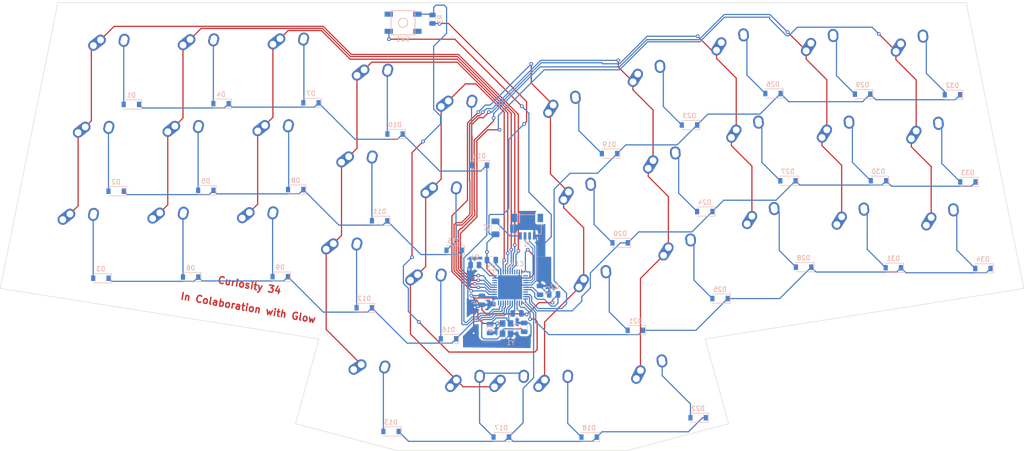
<source format=kicad_pcb>
(kicad_pcb (version 20211014) (generator pcbnew)
  (layers (0 "F.Cu" signal) (31 "B.Cu" signal) (34 "B.Paste" user) (35 "F.Paste" user) (36 "B.SilkS" user "B.Silkscreen") (37 "F.SilkS" user "F.Silkscreen") (38 "B.Mask" user) (39 "F.Mask" user) (44 "Edge.Cuts" user))
  (net 0 "")
  (net 1 "+5V")
  (net 2 "GND")
  (net 3 "Net-(C5-Pad2)")
  (net 4 "Net-(C6-Pad2)")
  (net 5 "Net-(C7-Pad1)")
  (net 6 "ROW0")
  (net 7 "ROW1")
  (net 8 "ROW2")
  (net 9 "ROW3")
  (net 10 "VCC")
  (net 11 "COL0")
  (net 12 "COL1")
  (net 13 "COL2")
  (net 14 "COL3")
  (net 15 "COL4")
  (net 16 "COL5")
  (net 17 "COL6")
  (net 18 "COL7")
  (net 19 "COL8")
  (net 20 "COL9")
  (net 21 "D-")
  (net 22 "D+")
  (net 23 "Net-(R3-Pad2)")
  (net 24 "Net-(R4-Pad1)")
  (net 25 "ROW4")
  (net 26 "ROW5")
  (net 27 "ROW6")
  (net 36 "Net-(MX1-Pad2)")
  (net 37 "Net-(MX2-Pad2)")
  (net 38 "Net-(MX3-Pad2)")
  (net 39 "Net-(MX4-Pad2)")
  (net 40 "Net-(MX5-Pad2)")
  (net 41 "Net-(D6-Pad2)")
  (net 42 "Net-(MX7-Pad2)")
  (net 43 "Net-(MX8-Pad2)")
  (net 44 "Net-(MX9-Pad2)")
  (net 45 "Net-(MX10-Pad2)")
  (net 46 "Net-(MX11-Pad2)")
  (net 47 "Net-(D12-Pad2)")
  (net 48 "Net-(MX14-Pad2)")
  (net 49 "Net-(D15-Pad2)")
  (net 50 "Net-(MX16-Pad2)")
  (net 51 "Net-(MX19-Pad2)")
  (net 52 "Net-(MX20-Pad2)")
  (net 53 "Net-(D23-Pad2)")
  (net 54 "Net-(MX24-Pad2)")
  (net 55 "Net-(MX26-Pad2)")
  (net 56 "Net-(MX27-Pad2)")
  (net 57 "Net-(MX29-Pad2)")
  (net 58 "Net-(MX30-Pad2)")
  (net 59 "Net-(MX32-Pad2)")
  (net 60 "Net-(MX33-Pad2)")
  (net 61 "Net-(MX17-Pad2)")
  (net 62 "Net-(MX18-Pad2)")
  (net 63 "Net-(MX21-Pad2)")
  (net 64 "Net-(MX22-Pad2)")
  (net 65 "Net-(MX25-Pad2)")
  (net 66 "Net-(MX28-Pad2)")
  (net 67 "Net-(MX31-Pad2)")
  (net 68 "Net-(MX34-Pad2)")
  (net 69 "Net-(D13-Pad2)")
  (footprint "MX_Alps_Hybrid:MX-1U-NoLED" (layer "F.Cu") (at 130.3515 140.854)
    (fp_text reference "MX17")
    (fp_text value "MX-NoLED")
  )
  (footprint "MX_Alps_Hybrid:MX-1U-NoLED" (layer "F.Cu") (at 155.2115 99.734 10)
    (fp_text reference "MX20")
    (fp_text value "MX-NoLED")
  )
  (footprint "MX_Alps_Hybrid:MX-1U-NoLED" (layer "F.Cu") (at 188.2215 67.474 10)
    (fp_text reference "MX26")
    (fp_text value "MX-NoLED")
  )
  (footprint "MX_Alps_Hybrid:MX-1U-NoLED" (layer "F.Cu") (at 52.7615 67.774 -10)
    (fp_text reference "MX1")
    (fp_text value "MX-NoLED")
  )
  (footprint "MX_Alps_Hybrid:MX-1U-NoLED" (layer "F.Cu") (at 211.0035 86.316 10)
    (fp_text reference "MX30")
    (fp_text value "MX-NoLED")
  )
  (footprint "MX_Alps_Hybrid:MX-1U-NoLED" (layer "F.Cu") (at 84.9015 105.034 -10)
    (fp_text reference "MX9")
    (fp_text value "MX-NoLED")
  )
  (footprint "MX_Alps_Hybrid:MX-1U-NoLED" (layer "F.Cu") (at 151.9115 80.954 10)
    (fp_text reference "MX19")
    (fp_text value "MX-NoLED")
  )
  (footprint "MX_Alps_Hybrid:MX-1U-NoLED" (layer "F.Cu") (at 233.5515 105.264 10)
    (fp_text reference "MX34")
    (fp_text value "MX-NoLED")
  )
  (footprint "MX_Alps_Hybrid:MX-1U-NoLED" (layer "F.Cu") (at 214.2115 105.104 10)
    (fp_text reference "MX31")
    (fp_text value "MX-NoLED")
  )
  (footprint "MX_Alps_Hybrid:MX-1U-NoLED" (layer "F.Cu") (at 65.5515 105.114 -10)
    (fp_text reference "MX6")
    (fp_text value "MX-NoLED")
  )
  (footprint "MX_Alps_Hybrid:MX-1U-NoLED" (layer "F.Cu") (at 68.8215 86.384 -10)
    (fp_text reference "MX5")
    (fp_text value "MX-NoLED")
  )
  (footprint "MX_Alps_Hybrid:MX-1U-NoLED" (layer "F.Cu") (at 173.482 92.964 10)
    (fp_text reference "MX24")
    (fp_text value "MX-NoLED")
  )
  (footprint "MX_Alps_Hybrid:MX-1U-NoLED" (layer "F.Cu") (at 207.5715 67.604 10)
    (fp_text reference "MX29")
    (fp_text value "MX-NoLED")
  )
  (footprint "MX_Alps_Hybrid:MX-1U-NoLED" (layer "F.Cu") (at 230.3075 86.57 10)
    (fp_text reference "MX33")
    (fp_text value "MX-NoLED")
  )
  (footprint "MX_Alps_Hybrid:MX-1U-NoLED" (layer "F.Cu") (at 121.2315 118.464 -10)
    (fp_text reference "MX16")
    (fp_text value "MX-NoLED")
  )
  (footprint "MX_Alps_Hybrid:MX-1U-NoLED" (layer "F.Cu") (at 158.496 118.618 10)
    (fp_text reference "MX21")
    (fp_text value "MX-NoLED")
  )
  (footprint "MX_Alps_Hybrid:MX-1U-NoLED" (layer "F.Cu") (at 194.8315 104.974 10)
    (fp_text reference "MX28")
    (fp_text value "MX-NoLED")
  )
  (footprint "MX_Alps_Hybrid:MX-1U-NoLED" (layer "F.Cu") (at 176.784 111.76 10)
    (fp_text reference "MX25")
    (fp_text value "MX-NoLED")
  )
  (footprint "MX_Alps_Hybrid:MX-1U-NoLED" (layer "F.Cu") (at 191.4455 86.316 10)
    (fp_text reference "MX27")
    (fp_text value "MX-NoLED")
  )
  (footprint "MX_Alps_Hybrid:MX-1U-NoLED" (layer "F.Cu") (at 127.8715 80.944 -10)
    (fp_text reference "MX14")
    (fp_text value "MX-NoLED")
  )
  (footprint "MX_Alps_Hybrid:MX-1U-NoLED" (layer "F.Cu") (at 108.6915 138.024 -15)
    (fp_text reference "MX13")
    (fp_text value "MX-NoLED")
  )
  (footprint "MX_Alps_Hybrid:MX-1U-NoLED" (layer "F.Cu") (at 226.9715 67.744 10)
    (fp_text reference "MX32")
    (fp_text value "MX-NoLED")
  )
  (footprint "MX_Alps_Hybrid:MX-1U-NoLED" (layer "F.Cu") (at 106.3515 92.974 -10)
    (fp_text reference "MX11")
    (fp_text value "MX-NoLED")
  )
  (footprint "MX_Alps_Hybrid:MX-1U-NoLED" (layer "F.Cu") (at 91.5315 67.494 -10)
    (fp_text reference "MX7")
    (fp_text value "MX-NoLED")
  )
  (footprint "MX_Alps_Hybrid:MX-1U-NoLED" (layer "F.Cu") (at 72.1115 67.674 -10)
    (fp_text reference "MX4")
    (fp_text value "MX-NoLED")
  )
  (footprint "MX_Alps_Hybrid:MX-1U-NoLED" (layer "F.Cu") (at 139.8765 140.854)
    (fp_text reference "MX35")
    (fp_text value "MX-NoLED")
  )
  (footprint "MX_Alps_Hybrid:MX-1U-NoLED" (layer "F.Cu") (at 171.0515 138.014 15)
    (fp_text reference "MX22")
    (fp_text value "MX-NoLED")
  )
  (footprint "MX_Alps_Hybrid:MX-1U-NoLED" (layer "F.Cu") (at 88.2415 86.224 -10)
    (fp_text reference "MX8")
    (fp_text value "MX-NoLED")
  )
  (footprint "MX_Alps_Hybrid:MX-1U-NoLED" (layer "F.Cu") (at 170.174 74.276 10)
    (fp_text reference "MX23")
    (fp_text value "MX-NoLED")
  )
  (footprint "MX_Alps_Hybrid:MX-1U-NoLED" (layer "F.Cu") (at 149.3915 140.854)
    (fp_text reference "MX18")
    (fp_text value "MX-NoLED")
  )
  (footprint "MX_Alps_Hybrid:MX-1U-NoLED" (layer "F.Cu") (at 103.0415 111.764 -10)
    (fp_text reference "MX12")
    (fp_text value "MX-NoLED")
  )
  (footprint "MX_Alps_Hybrid:MX-1U-NoLED" (layer "F.Cu") (at 124.5215 99.639011 -10)
    (fp_text reference "MX15")
    (fp_text value "MX-NoLED")
  )
  (footprint "MX_Alps_Hybrid:MX-1U-NoLED" (layer "F.Cu") (at 109.6915 74.224 -10)
    (fp_text reference "MX10")
    (fp_text value "MX-NoLED")
  )
  (footprint "MX_Alps_Hybrid:MX-1U-NoLED" (layer "F.Cu") (at 49.4595 86.57 -10)
    (fp_text reference "MX2")
    (fp_text value "MX-NoLED")
  )
  (footprint "MX_Alps_Hybrid:MX-1U-NoLED" (layer "F.Cu") (at 46.1575 105.366 -10)
    (fp_text reference "MX3")
    (fp_text value "MX-NoLED")
  )
  (footprint "Diode_SMD:D_SOD-123" (layer "B.Cu") (at 113.73 147.96 180)
    (fp_text reference "D13")
    (fp_text value "D_Small")
  )
  (footprint "Diode_SMD:D_SOD-123" (layer "B.Cu") (at 57.65 77.33 180)
    (fp_text reference "D1")
    (fp_text value "D_Small")
  )
  (footprint "Diode_SMD:D_SOD-123" (layer "B.Cu") (at 202.8315 112.474 180)
    (fp_text reference "D28")
    (fp_text value "D_Small")
  )
  (footprint "Crystal:Crystal_SMD_3225-4Pin_3.2x2.5mm" (layer "B.Cu") (at 138.684 125.73 90)
    (fp_text reference "Y1")
    (fp_text value "16mhz")
  )
  (footprint "Diode_SMD:D_SOD-123" (layer "B.Cu") (at 196.2215 74.974 180)
    (fp_text reference "D26")
    (fp_text value "D_Small")
  )
  (footprint "Resistor_SMD:R_0805_2012Metric" (layer "B.Cu") (at 131.826 112.014 180)
    (fp_text reference "R4")
    (fp_text value "10k")
  )
  (footprint "Diode_SMD:D_SOD-123" (layer "B.Cu") (at 215.5715 75.104 180)
    (fp_text reference "D29")
    (fp_text value "D_Small")
  )
  (footprint "Diode_SMD:D_SOD-123" (layer "B.Cu") (at 77.0115 77.174 180)
    (fp_text reference "D4")
    (fp_text value "D_Small")
  )
  (footprint "Diode_SMD:D_SOD-123" (layer "B.Cu") (at 137.52 149.17 180)
    (fp_text reference "D17")
    (fp_text value "D_Small")
  )
  (footprint "Diode_SMD:D_SOD-123" (layer "B.Cu") (at 156.51 149.18 180)
    (fp_text reference "D18")
    (fp_text value "D_Small")
  )
  (footprint "Capacitor_SMD:C_0805_2012Metric" (layer "B.Cu") (at 142.494 125.476 -90)
    (fp_text reference "C5")
    (fp_text value "22pF")
  )
  (footprint "Capacitor_SMD:C_0805_2012Metric" (layer "B.Cu") (at 135.4 110.94)
    (fp_text reference "C3")
    (fp_text value "0.1uF")
  )
  (footprint "Diode_SMD:D_SOD-123" (layer "B.Cu") (at 180.0515 145.014 180)
    (fp_text reference "D22")
    (fp_text value "D_Small")
  )
  (footprint "Capacitor_SMD:C_0805_2012Metric" (layer "B.Cu") (at 140.94 122.47 180)
    (fp_text reference "C1")
    (fp_text value "0.1uF")
  )
  (footprint "Capacitor_SMD:C_0805_2012Metric" (layer "B.Cu") (at 135.128 125.73 90)
    (fp_text reference "C6")
    (fp_text value "22pF")
  )
  (footprint "Fuse:Fuse_1206_3216Metric" (layer "B.Cu") (at 136.28 103.98 -90)
    (fp_text reference "F1")
    (fp_text value "500mA")
  )
  (footprint "Diode_SMD:D_SOD-123" (layer "B.Cu") (at 166.496 126.118 180)
    (fp_text reference "D21")
    (fp_text value "D_Small")
  )
  (footprint "Diode_SMD:D_SOD-123" (layer "B.Cu") (at 54.3595 96.07 180)
    (fp_text reference "D2")
    (fp_text value "D_Small")
  )
  (footprint "Diode_SMD:D_SOD-123" (layer "B.Cu") (at 114.5915 83.724 180)
    (fp_text reference "D10")
    (fp_text value "D_Small")
  )
  (footprint "Capacitor_SMD:C_0805_2012Metric" (layer "B.Cu") (at 133.35 119.634 -90)
    (fp_text reference "C4")
    (fp_text value "10uF")
  )
  (footprint "Diode_SMD:D_SOD-123" (layer "B.Cu") (at 96.4315 76.994 180)
    (fp_text reference "D7")
    (fp_text value "D_Small")
  )
  (footprint "Diode_SMD:D_SOD-123" (layer "B.Cu") (at 222.2115 112.604 180)
    (fp_text reference "D31")
    (fp_text value "D_Small")
  )
  (footprint "Diode_SMD:D_SOD-123" (layer "B.Cu") (at 163.2115 107.234 180)
    (fp_text reference "D20")
    (fp_text value "D_Small")
  )
  (footprint "Capacitor_SMD:C_0805_2012Metric" (layer "B.Cu") (at 145.9 117.48 90)
    (fp_text reference "C7")
    (fp_text value "1uF")
  )
  (footprint "Diode_SMD:D_SOD-123" (layer "B.Cu") (at 178.174 81.776 180)
    (fp_text reference "D23")
    (fp_text value "D_Small")
  )
  (footprint "Diode_SMD:D_SOD-123" (layer "B.Cu") (at 93.1415 95.724 180)
    (fp_text reference "D8")
    (fp_text value "D_Small")
  )
  (footprint "Diode_SMD:D_SOD-123" (layer "B.Cu") (at 70.4515 114.614 180)
    (fp_text reference "D6")
    (fp_text value "D_Small")
  )
  (footprint "Diode_SMD:D_SOD-123" (layer "B.Cu") (at 111.2515 102.474 180)
    (fp_text reference "D11")
    (fp_text value "D_Small")
  )
  (footprint "Diode_SMD:D_SOD-123" (layer "B.Cu") (at 127.36 108.83 180)
    (fp_text reference "D15")
    (fp_text value "D_Small")
  )
  (footprint "random-keyboard-parts:JST-SR-4" (layer "B.Cu") (at 143.17 100.95)
    (fp_text reference "J1")
    (fp_text value "Conn_01x04_MountingPin")
  )
  (footprint "random-keyboard-parts:SKQG-1155865" (layer "B.Cu") (at 116.332 59.69 180)
    (fp_text reference "SW1")
    (fp_text value "SW_Push")
  )
  (footprint "Diode_SMD:D_SOD-123" (layer "B.Cu") (at 219.0035 93.816 180)
    (fp_text reference "D30")
    (fp_text value "D_Small")
  )
  (footprint "Diode_SMD:D_SOD-123" (layer "B.Cu") (at 184.784 119.26 180)
    (fp_text reference "D25")
    (fp_text value "D_Small")
  )
  (footprint "Diode_SMD:D_SOD-123" (layer "B.Cu") (at 132.7715 90.444 180)
    (fp_text reference "D14")
    (fp_text value "D_Small")
  )
  (footprint "Package_DFN_QFN:QFN-44-1EP_7x7mm_P0.5mm_EP5.2x5.2mm" (layer "B.Cu") (at 139.446 116.84 180)
    (fp_text reference "U1")
    (fp_text value "ATmega32U4-M")
  )
  (footprint "Diode_SMD:D_SOD-123" (layer "B.Cu") (at 89.8015 114.534 180)
    (fp_text reference "D9")
    (fp_text value "D_Small")
  )
  (footprint "Diode_SMD:D_SOD-123" (layer "B.Cu") (at 181.482 100.464 180)
    (fp_text reference "D24")
    (fp_text value "D_Small")
  )
  (footprint "Diode_SMD:D_SOD-123" (layer "B.Cu") (at 107.9415 121.264 180)
    (fp_text reference "D12")
    (fp_text value "D_Small")
  )
  (footprint "Diode_SMD:D_SOD-123" (layer "B.Cu") (at 51.0575 114.866 180)
    (fp_text reference "D3")
    (fp_text value "D_Small")
  )
  (footprint "Diode_SMD:D_SOD-123" (layer "B.Cu") (at 234.9715 75.244 180)
    (fp_text reference "D32")
    (fp_text value "D_Small")
  )
  (footprint "Diode_SMD:D_SOD-123" (layer "B.Cu") (at 73.7215 95.884 180)
    (fp_text reference "D5")
    (fp_text value "D_Small")
  )
  (footprint "Capacitor_SMD:C_0805_2012Metric" (layer "B.Cu") (at 148.844 118.364 180)
    (fp_text reference "C2")
    (fp_text value "0.1uF")
  )
  (footprint "Resistor_SMD:R_0805_2012Metric" (layer "B.Cu") (at 122.682 58.928 90)
    (fp_text reference "R3")
    (fp_text value "10k")
  )
  (footprint "Diode_SMD:D_SOD-123" (layer "B.Cu") (at 126.1315 127.964 180)
    (fp_text reference "D16")
    (fp_text value "D_Small")
  )
  (footprint "Diode_SMD:D_SOD-123" (layer "B.Cu") (at 199.4455 93.816 180)
    (fp_text reference "D27")
    (fp_text value "D_Small")
  )
  (footprint "Diode_SMD:D_SOD-123" (layer "B.Cu") (at 241.5515 112.764 180)
    (fp_text reference "D34")
    (fp_text value "D_Small")
  )
  (footprint "Diode_SMD:D_SOD-123" (layer "B.Cu") (at 160.9115 87.954 180)
    (fp_text reference "D19")
    (fp_text value "D_Small")
  )
  (footprint "Diode_SMD:D_SOD-123" (layer "B.Cu") (at 238.3075 94.07 180)
    (fp_text reference "D33")
    (fp_text value "D_Small")
  )
  (gr_line (start 139.83 152.120803) (end 139.918 152.120803) (layer "Edge.Cuts") (width 0.1))
  (gr_line (start 164.556 152.120803) (end 186.654 146.278803) (layer "Edge.Cuts") (width 0.1))
  (gr_line (start 181.56 127.990803) (end 186.654 146.278803) (layer "Edge.Cuts") (width 0.1))
  (gr_line (start 29.33 117.068803) (end 41.776 55.346803) (layer "Edge.Cuts") (width 0.1))
  (gr_line (start 181.56 127.990803) (end 250.408 117.068803) (layer "Edge.Cuts") (width 0.1))
  (gr_line (start 139.82 55.346803) (end 41.776 55.346803) (layer "Edge.Cuts") (width 0.1))
  (gr_line (start 115.182 152.120803) (end 93.084 146.278803) (layer "Edge.Cuts") (width 0.1))
  (gr_line (start 98.178 127.990803) (end 93.084 146.278803) (layer "Edge.Cuts") (width 0.1))
  (gr_line (start 237.962 55.346803) (end 250.408 117.068803) (layer "Edge.Cuts") (width 0.1))
  (gr_line (start 139.82 55.346803) (end 139.918 55.346803) (layer "Edge.Cuts") (width 0.1))
  (gr_line (start 237.962 55.346803) (end 139.918 55.346803) (layer "Edge.Cuts") (width 0.1))
  (gr_line (start 139.918 152.120803) (end 164.556 152.120803) (layer "Edge.Cuts") (width 0.1))
  (gr_line (start 115.182 152.120803) (end 139.83 152.120803) (layer "Edge.Cuts") (width 0.1))
  (gr_line (start 29.33 117.068803) (end 98.178 127.990803) (layer "Edge.Cuts") (width 0.1))
  (gr_text "Curiosity 34 \n\nIn Colaboration with Glow" (at 83.312 118.872 -10) (layer "F.Cu") (effects (font (size 1.5 1.5) (thickness 0.3))))
  (segment (start 126.1345 59.8405) (end 124.3095 59.8405) (width 0.254) (layer "F.Cu") (net 1))
  (segment (start 142.875 76.581) (end 143.002 76.708) (width 0.254) (layer "F.Cu") (net 1))
  (segment (start 143.002 76.708) (end 143.002 81.026) (width 0.254) (layer "F.Cu") (net 1))
  (segment (start 136.398 114.808) (end 139.7 114.808) (width 0.254) (layer "F.Cu") (net 1))
  (segment (start 144.526 109.982) (end 143.256 108.712) (width 0.254) (layer "F.Cu") (net 1))
  (segment (start 145.668 120.142) (end 143.24 122.57) (width 0.254) (layer "F.Cu") (net 1))
  (segment (start 126.1345 59.8405) (end 142.875 76.581) (width 0.254) (layer "F.Cu") (net 1))
  (segment (start 134.45 112.86) (end 136.398 114.808) (width 0.254) (layer "F.Cu") (net 1))
  (segment (start 148.59 120.142) (end 145.668 120.142) (width 0.254) (layer "F.Cu") (net 1))
  (segment (start 133.36 120.914) (end 133.36 121.68) (width 0.254) (layer "F.Cu") (net 1))
  (segment (start 124.3095 59.8405) (end 124.206 59.944) (width 0.254) (layer "F.Cu") (net 1))
  (segment (start 134.45 109.17) (end 134.45 112.86) (width 0.254) (layer "F.Cu") (net 1))
  (segment (start 137.922 119.126) (end 131.572 119.126) (width 0.254) (layer "F.Cu") (net 1))
  (segment (start 143.002 81.026) (end 142.494 81.534) (width 0.254) (layer "F.Cu") (net 1))
  (segment (start 139.7 114.808) (end 143.764 114.808) (width 0.254) (layer "F.Cu") (net 1))
  (segment (start 144.526 114.046) (end 144.526 109.982) (width 0.254) (layer "F.Cu") (net 1))
  (segment (start 139.7 117.348) (end 137.922 119.126) (width 0.254) (layer "F.Cu") (net 1))
  (segment (start 131.064 118.618) (end 133.36 120.914) (width 0.254) (layer "F.Cu") (net 1))
  (segment (start 139.7 114.808) (end 139.7 117.348) (width 0.254) (layer "F.Cu") (net 1))
  (segment (start 134.25 122.57) (end 142.86 122.57) (width 0.254) (layer "F.Cu") (net 1))
  (segment (start 143.764 114.808) (end 144.526 114.046) (width 0.254) (layer "F.Cu") (net 1))
  (segment (start 133.36 121.68) (end 134.25 122.57) (width 0.254) (layer "F.Cu") (net 1))
  (segment (start 131.572 119.126) (end 131.064 118.618) (width 0.254) (layer "F.Cu") (net 1))
  (via (at 142.494 81.534) (size 0.8) (drill 0.4) (layers "F.Cu" "B.Cu") (net 1))
  (via (at 131.064 118.618) (size 0.8) (drill 0.4) (layers "F.Cu" "B.Cu") (net 1))
  (via (at 143.002 122.682) (size 0.8) (drill 0.4) (layers "F.Cu" "B.Cu") (net 1))
  (via (at 134.45 109.17) (size 0.8) (drill 0.4) (layers "F.Cu" "B.Cu") (net 1))
  (via (at 124.206 59.944) (size 0.8) (drill 0.4) (layers "F.Cu" "B.Cu") (net 1))
  (via (at 148.59 120.142) (size 0.8) (drill 0.4) (layers "F.Cu" "B.Cu") (net 1))
  (via (at 143.256 108.712) (size 0.8) (drill 0.4) (layers "F.Cu" "B.Cu") (net 1))
  (segment (start 141.89 122.47) (end 140.946 121.526) (width 0.254) (layer "B.Cu") (net 1))
  (segment (start 141.946 113.5025) (end 142.4825 113.5025) (width 0.254) (layer "B.Cu") (net 1))
  (segment (start 142.102 122.682) (end 141.89 122.47) (width 0.254) (layer "B.Cu") (net 1))
  (segment (start 149.794 120.208) (end 149.794 118.364) (width 0.254) (layer "B.Cu") (net 1))
  (segment (start 134.45 110.94) (end 136.946 113.436) (width 0.254) (layer "B.Cu") (net 1))
  (segment (start 143.0375 113.5025) (end 143.7285 113.5025) (width 0.254) (layer "B.Cu") (net 1))
  (segment (start 140.946 121.526) (end 140.946 120.1775) (width 0.254) (layer "B.Cu") (net 1))
  (segment (start 148.336 120.904) (end 149.098 120.904) (width 0.254) (layer "B.Cu") (net 1))
  (segment (start 142.75 109.218) (end 143.256 108.712) (width 0.254) (layer "B.Cu") (net 1))
  (segment (start 148.59 120.142) (end 148.59 119.568) (width 0.254) (layer "B.Cu") (net 1))
  (segment (start 143.7285 113.5025) (end 143.7285 114.5895) (width 0.254) (layer "B.Cu") (net 1))
  (segment (start 134.45 109.17) (end 134.45 110.94) (width 0.254) (layer "B.Cu") (net 1))
  (segment (start 142.75 110.83) (end 142.75 109.218) (width 0.254) (layer "B.Cu") (net 1))
  (segment (start 143.478 114.84) (end 142.7835 114.84) (width 0.254) (layer "B.Cu") (net 1))
  (segment (start 142.76 113.225) (end 143.0375 113.5025) (width 0.254) (layer "B.Cu") (net 1))
  (segment (start 131.064 118.618) (end 133.284 118.618) (width 0.254) (layer "B.Cu") (net 1))
  (segment (start 144.78 118.11) (end 144.78 118.872) (width 0.254) (layer "B.Cu") (net 1))
  (segment (start 124.1025 59.8405) (end 124.206 59.944) (width 0.254) (layer "B.Cu") (net 1))
  (segment (start 134.45 107.21) (end 134.45 109.17) (width 0.254) (layer "B.Cu") (net 1))
  (segment (start 143.002 122.682) (end 142.102 122.682) (width 0.254) (layer "B.Cu") (net 1))
  (segment (start 134.87502 101.34498) (end 134.87502 105.156) (width 0.254) (layer "B.Cu") (net 1))
  (segment (start 144.78 118.872) (end 145.32352 119.41552) (width 0.254) (layer "B.Cu") (net 1))
  (segment (start 142.4825 113.5025) (end 142.76 113.225) (width 0.254) (layer "B.Cu") (net 1))
  (segment (start 142.494 81.534) (end 139.192 84.836) (width 0.254) (layer "B.Cu") (net 1))
  (segment (start 135.128 101.092) (end 134.87502 101.34498) (width 0.254) (layer "B.Cu") (net 1))
  (segment (start 139.192 99.822) (end 137.922 101.092) (width 0.254) (layer "B.Cu") (net 1))
  (segment (start 146.84752 119.41552) (end 148.336 120.904) (width 0.254) (layer "B.Cu") (net 1))
  (segment (start 137.922 101.092) (end 135.128 101.092) (width 0.254) (layer "B.Cu") (net 1))
  (segment (start 136.1085 118.84) (end 133.506 118.84) (width 0.254) (layer "B.Cu") (net 1))
  (segment (start 122.682 59.8405) (end 124.1025 59.8405) (width 0.254) (layer "B.Cu") (net 1))
  (segment (start 136.28 105.38) (end 134.45 107.21) (width 0.254) (layer "B.Cu") (net 1))
  (segment (start 135.09902 105.38) (end 136.28 105.38) (width 0.254) (layer "B.Cu") (net 1))
  (segment (start 142.76 112.28) (end 142.76 113.225) (width 0.254) (layer "B.Cu") (net 1))
  (segment (start 148.59 119.568) (end 149.794 118.364) (width 0.254) (layer "B.Cu") (net 1))
  (segment (start 145.32352 119.41552) (end 146.84752 119.41552) (width 0.254) (layer "B.Cu") (net 1))
  (segment (start 142.76 110.84) (end 142.75 110.83) (width 0.254) (layer "B.Cu") (net 1))
  (segment (start 134.87502 105.156) (end 135.09902 105.38) (width 0.254) (layer "B.Cu") (net 1))
  (segment (start 136.946 113.436) (end 136.946 113.5025) (width 0.254) (layer "B.Cu") (net 1))
  (segment (start 142.76 112.28) (end 142.76 110.84) (width 0.254) (layer "B.Cu") (net 1))
  (segment (start 144.01 117.34) (end 144.78 118.11) (width 0.254) (layer "B.Cu") (net 1))
  (segment (start 142.7835 117.34) (end 144.01 117.34) (width 0.254) (layer "B.Cu") (net 1))
  (segment (start 139.192 84.836) (end 139.192 99.822) (width 0.254) (layer "B.Cu") (net 1))
  (segment (start 149.098 120.904) (end 149.794 120.208) (width 0.254) (layer "B.Cu") (net 1))
  (segment (start 143.7285 114.5895) (end 143.478 114.84) (width 0.254) (layer "B.Cu") (net 1))
  (segment (start 131.572 122.818) (end 131.572 126.746) (width 0.254) (layer "F.Cu") (net 2))
  (segment (start 127.508 63.246) (end 141.986 77.724) (width 0.254) (layer "F.Cu") (net 2))
  (segment (start 132.49 121.9) (end 131.572 122.818) (width 0.254) (layer "F.Cu") (net 2))
  (segment (start 132.49 121.9) (end 132.49 121.822) (width 0.254) (layer "F.Cu") (net 2))
  (segment (start 136.67 124.63) (end 133.6 124.63) (width 0.254) (layer "F.Cu") (net 2))
  (segment (start 132.49 123.52) (end 133.6 124.63) (width 0.254) (layer "F.Cu") (net 2))
  (segment (start 123.952 63.246) (end 127.508 63.246) (width 0.254) (layer "F.Cu") (net 2))
  (segment (start 132.49 121.822) (end 131.826 121.158) (width 0.254) (layer "F.Cu") (net 2))
  (segment (start 132.49 121.9) (end 132.49 123.52) (width 0.254) (layer "F.Cu") (net 2))
  (segment (start 123.952 63.246) (end 113.284 63.246) (width 0.254) (layer "F.Cu") (net 2))
  (via (at 131.826 121.158) (size 0.8) (drill 0.4) (layers "F.Cu" "B.Cu") (net 2))
  (via (at 141.986 77.724) (size 0.8) (drill 0.4) (layers "F.Cu" "B.Cu") (net 2))
  (via (at 131.572 126.746) (size 0.8) (drill 0.4) (layers "F.Cu" "B.Cu") (net 2))
  (via (at 113.284 63.246) (size 0.8) (drill 0.4) (layers "F.Cu" "B.Cu") (net 2))
  (via (at 136.67 124.63) (size 0.8) (drill 0.4) (layers "F.Cu" "B.Cu") (net 2))
  (segment (start 139.534 126.93) (end 138.01048 128.45352) (width 0.254) (layer "B.Cu") (net 2))
  (segment (start 148.336 101.092) (end 143.51 96.266) (width 0.254) (layer "B.Cu") (net 2))
  (segment (start 113.284 61.592) (end 113.232 61.54) (width 0.254) (layer "B.Cu") (net 2))
  (segment (start 141.446 114.84) (end 139.446 116.84) (width 0.254) (layer "B.Cu") (net 2))
  (segment (start 133.35 120.584) (end 134.8645 120.584) (width 0.254) (layer "B.Cu") (net 2))
  (segment (start 145.9 115.99015) (end 145.19652 115.28667) (width 0.254) (layer "B.Cu") (net 2))
  (segment (start 113.284 63.246) (end 113.284 61.592) (width 0.254) (layer "B.Cu") (net 2))
  (segment (start 132.776 121.158) (end 133.35 120.584) (width 0.254) (layer "B.Cu") (net 2))
  (segment (start 137.446 113.5025) (end 137.446 114.84) (width 0.254) (layer "B.Cu") (net 2))
  (segment (start 139.946 116.34) (end 139.446 116.84) (width 0.254) (layer "B.Cu") (net 2))
  (segment (start 131.826 121.158) (end 132.776 121.158) (width 0.254) (layer "B.Cu") (net 2))
  (segment (start 136.35 111.818843) (end 137.446 112.914843) (width 0.254) (layer "B.Cu") (net 2))
  (segment (start 141.446 113.5025) (end 141.446 114.84) (width 0.254) (layer "B.Cu") (net 2))
  (segment (start 140.446 122.014) (end 140.446 120.1775) (width 0.254) (layer "B.Cu") (net 2))
  (segment (start 145.9 116.53) (end 145.9 115.99015) (width 0.254) (layer "B.Cu") (net 2))
  (segment (start 139.534 126.83) (end 140.36 126.83) (width 0.254) (layer "B.Cu") (net 2))
  (segment (start 138.01048 128.45352) (end 133.27952 128.45352) (width 0.254) (layer "B.Cu") (net 2))
  (segment (start 141.42 127.89) (end 142.6 127.89) (width 0.254) (layer "B.Cu") (net 2))
  (segment (start 145.19652 107.27948) (end 146.97452 107.27948) (width 0.254) (layer "B.Cu") (net 2))
  (segment (start 145.19652 107.27948) (end 145.19652 115.28667) (width 0.254) (layer "B.Cu") (net 2))
  (segment (start 133.27952 128.45352) (end 131.572 126.746) (width 0.254) (layer "B.Cu") (net 2))
  (segment (start 144.67 105.725) (end 145.19652 106.25152) (width 0.254) (layer "B.Cu") (net 2))
  (segment (start 140.446 120.1775) (end 140.446 117.84) (width 0.254) (layer "B.Cu") (net 2))
  (segment (start 130.337489 112.590011) (end 130.9135 112.014) (width 0.254) (layer "B.Cu") (net 2))
  (segment (start 144.14319 116.34) (end 142.7835 116.34) (width 0.254) (layer "B.Cu") (net 2))
  (segment (start 136.97252 119.31348) (end 139.446 116.84) (width 0.254) (layer "B.Cu") (net 2))
  (segment (start 139.99 122.47) (end 140.446 122.014) (width 0.254) (layer "B.Cu") (net 2))
  (segment (start 135.784 126.68) (end 137.834 124.63) (width 0.254) (layer "B.Cu") (net 2))
  (segment (start 134.8645 120.584) (end 136.1085 119.34) (width 0.254) (layer "B.Cu") (net 2))
  (segment (start 143.486 124.526) (end 142.494 124.526) (width 0.254) (layer "B.Cu") (net 2))
  (segment (start 140.36 126.83) (end 141.42 127.89) (width 0.254) (layer "B.Cu") (net 2))
  (segment (start 136.67 124.63) (end 137.834 124.63) (width 0.254) (layer "B.Cu") (net 2))
  (segment (start 147.894 118.364) (end 147.734 118.364) (width 0.254) (layer "B.Cu") (net 2))
  (segment (start 143.96 127.36) (end 143.96 125) (width 0.254) (layer "B.Cu") (net 2))
  (segment (start 131.826 121.158) (end 131.572 121.158) (width 0.254) (layer "B.Cu") (net 2))
  (segment (start 143.51 79.248) (end 141.986 77.724) (width 0.254) (layer "B.Cu") (net 2))
  (segment (start 145.19652 115.28667) (end 144.14319 116.34) (width 0.254) (layer "B.Cu") (net 2))
  (segment (start 135.128 126.68) (end 135.784 126.68) (width 0.254) (layer "B.Cu") (net 2))
  (segment (start 142.6 127.89) (end 142.61 127.88) (width 0.254) (layer "B.Cu") (net 2))
  (segment (start 148.336 105.918) (end 148.336 101.092) (width 0.254) (layer "B.Cu") (net 2))
  (segment (start 142.61 127.88) (end 143.44 127.88) (width 0.254) (layer "B.Cu") (net 2))
  (segment (start 136.1085 119.34) (end 136.13502 119.31348) (width 0.254) (layer "B.Cu") (net 2))
  (segment (start 130.337489 119.923489) (end 130.337489 112.590011) (width 0.254) (layer "B.Cu") (net 2))
  (segment (start 143.44 127.88) (end 143.96 127.36) (width 0.254) (layer "B.Cu") (net 2))
  (segment (start 147.734 118.364) (end 145.9 116.53) (width 0.254) (layer "B.Cu") (net 2))
  (segment (start 142.7835 116.34) (end 139.946 116.34) (width 0.254) (layer "B.Cu") (net 2))
  (segment (start 143.51 96.266) (end 143.51 79.248) (width 0.254) (layer "B.Cu") (net 2))
  (segment (start 145.19652 106.25152) (end 145.19652 107.27948) (width 0.254) (layer "B.Cu") (net 2))
  (segment (start 136.35 110.94) (end 136.35 111.818843) (width 0.254) (layer "B.Cu") (net 2))
  (segment (start 146.97452 107.27948) (end 148.336 105.918) (width 0.254) (layer "B.Cu") (net 2))
  (segment (start 143.96 125) (end 143.486 124.526) (width 0.254) (layer "B.Cu") (net 2))
  (segment (start 131.572 121.158) (end 130.337489 119.923489) (width 0.254) (layer "B.Cu") (net 2))
  (segment (start 137.446 112.914843) (end 137.446 113.5025) (width 0.254) (layer "B.Cu") (net 2))
  (segment (start 140.446 117.84) (end 139.446 116.84) (width 0.254) (layer "B.Cu") (net 2))
  (segment (start 136.13502 119.31348) (end 136.97252 119.31348) (width 0.254) (layer "B.Cu") (net 2))
  (segment (start 137.446 114.84) (end 139.446 116.84) (width 0.254) (layer "B.Cu") (net 2))
  (segment (start 139.376578 120.834578) (end 139.446 120.765157) (width 0.254) (layer "B.Cu") (net 3))
  (segment (start 139.169636 121.04152) (end 139.376578 120.834578) (width 0.254) (layer "B.Cu") (net 3))
  (segment (start 139.446 120.765157) (end 139.446 120.1775) (width 0.254) (layer "B.Cu") (net 3))
  (segment (start 133.558687 123.791313) (end 135.475313 123.791313) (width 0.254) (layer "B.Cu") (net 3))
  (segment (start 136.664 128) (end 133.72 128) (width 0.254) (layer "B.Cu") (net 3))
  (segment (start 133.32 127.6) (end 133.32 124.03) (width 0.254) (layer "B.Cu") (net 3))
  (segment (start 138.684 122.428) (end 138.176 122.936) (width 0.254) (layer "B.Cu") (net 3))
  (segment (start 141.871489 125.803489) (end 138.146511 125.803489) (width 0.254) (layer "B.Cu") (net 3))
  (segment (start 137.834 126.116) (end 137.834 126.83) (width 0.254) (layer "B.Cu") (net 3))
  (segment (start 136.330626 122.936) (end 138.176 122.936) (width 0.254) (layer "B.Cu") (net 3))
  (segment (start 138.146511 125.803489) (end 137.834 126.116) (width 0.254) (layer "B.Cu") (net 3))
  (segment (start 135.475313 123.791313) (end 136.330626 122.936) (width 0.254) (layer "B.Cu") (net 3))
  (segment (start 137.834 126.83) (end 136.664 128) (width 0.254) (layer "B.Cu") (net 3))
  (segment (start 139.169637 121.04152) (end 139.376578 120.834578) (width 0.254) (layer "B.Cu") (net 3))
  (segment (start 142.494 126.426) (end 141.871489 125.803489) (width 0.254) (layer "B.Cu") (net 3))
  (segment (start 139.169637 121.04152) (end 138.684 121.527157) (width 0.254) (layer "B.Cu") (net 3))
  (segment (start 133.32 124.03) (end 133.558687 123.791313) (width 0.254) (layer "B.Cu") (net 3))
  (segment (start 138.684 121.527157) (end 138.684 122.428) (width 0.254) (layer "B.Cu") (net 3))
  (segment (start 133.72 128) (end 133.32 127.6) (width 0.254) (layer "B.Cu") (net 3))
  (segment (start 139.16348 124.25948) (end 139.534 124.63) (width 0.254) (layer "B.Cu") (net 4))
  (segment (start 139.16348 121.689051) (end 139.16348 124.25948) (width 0.254) (layer "B.Cu") (net 4))
  (segment (start 139.946 120.1775) (end 139.946 120.906531) (width 0.254) (layer "B.Cu") (net 4))
  (segment (start 139.534 124.63) (end 138.76 123.856) (width 0.254) (layer "B.Cu") (net 4))
  (segment (start 138.76 123.44) (end 136.468 123.44) (width 0.254) (layer "B.Cu") (net 4))
  (segment (start 138.76 123.856) (end 138.76 123.44) (width 0.254) (layer "B.Cu") (net 4))
  (segment (start 139.946 120.906531) (end 139.16348 121.689051) (width 0.254) (layer "B.Cu") (net 4))
  (segment (start 136.468 123.44) (end 135.128 124.78) (width 0.254) (layer "B.Cu") (net 4))
  (segment (start 145.9 118.43) (end 144.31 116.84) (width 0.254) (layer "B.Cu") (net 5))
  (segment (start 144.31 116.84) (end 142.7835 116.84) (width 0.254) (layer "B.Cu") (net 5))
  (segment (start 137.16 121.051157) (end 137.16 121.57544) (width 0.254) (layer "B.Cu") (net 6))
  (segment (start 137.16 121.57544) (end 135.767064 121.57544) (width 0.254) (layer "B.Cu") (net 6))
  (segment (start 98.0815 76.994) (end 105.9475 84.86) (width 0.254) (layer "B.Cu") (net 6))
  (segment (start 60.070511 78.100511) (end 77.734989 78.100511) (width 0.254) (layer "B.Cu") (net 6))
  (segment (start 130.031209 124.431543) (end 129.765543 124.431543) (width 0.254) (layer "B.Cu") (net 6))
  (segment (start 77.734989 78.100511) (end 78.6615 77.174) (width 0.254) (layer "B.Cu") (net 6))
  (segment (start 134.911751 122.430753) (end 132.959873 122.430753) (width 0.254) (layer "B.Cu") (net 6))
  (segment (start 130.22552 109.728) (end 130.302 109.728) (width 0.254) (layer "B.Cu") (net 6))
  (segment (start 135.767064 121.57544) (end 134.911751 122.430753) (width 0.254) (layer "B.Cu") (net 6))
  (segment (start 137.446 120.765157) (end 137.16 121.051157) (width 0.254) (layer "B.Cu") (net 6))
  (segment (start 115.1055 84.86) (end 116.2415 83.724) (width 0.254) (layer "B.Cu") (net 6))
  (segment (start 137.446 120.1775) (end 137.446 120.765157) (width 0.254) (layer "B.Cu") (net 6))
  (segment (start 79.408011 77.920511) (end 97.154989 77.920511) (width 0.254) (layer "B.Cu") (net 6))
  (segment (start 130.302 109.728) (end 134.4215 105.6085) (width 0.254) (layer "B.Cu") (net 6))
  (segment (start 132.959873 122.430753) (end 132.146146 123.24448) (width 0.254) (layer "B.Cu") (net 6))
  (segment (start 133.1455 91.72) (end 134.4215 90.444) (width 0.254) (layer "B.Cu") (net 6))
  (segment (start 97.154989 77.920511) (end 98.0815 76.994) (width 0.254) (layer "B.Cu") (net 6))
  (segment (start 78.6615 77.174) (end 79.408011 77.920511) (width 0.254) (layer "B.Cu") (net 6))
  (segment (start 132.146146 123.24448) (end 131.218272 123.24448) (width 0.254) (layer "B.Cu") (net 6))
  (segment (start 129.46352 110.49) (end 130.22552 109.728) (width 0.254) (layer "B.Cu") (net 6))
  (segment (start 124.2375 91.72) (end 133.1455 91.72) (width 0.254) (layer "B.Cu") (net 6))
  (segment (start 129.46352 124.12952) (end 129.46352 110.49) (width 0.254) (layer "B.Cu") (net 6))
  (segment (start 131.218272 123.24448) (end 130.031209 124.431543) (width 0.254) (layer "B.Cu") (net 6))
  (segment (start 105.9475 84.86) (end 115.1055 84.86) (width 0.254) (layer "B.Cu") (net 6))
  (segment (start 59.3 77.33) (end 60.070511 78.100511) (width 0.254) (layer "B.Cu") (net 6))
  (segment (start 116.2415 83.724) (end 124.2375 91.72) (width 0.254) (layer "B.Cu") (net 6))
  (segment (start 129.765543 124.431543) (end 129.46352 124.12952) (width 0.254) (layer "B.Cu") (net 6))
  (segment (start 134.4215 105.6085) (end 134.4215 90.444) (width 0.254) (layer "B.Cu") (net 6))
  (segment (start 128.083489 109.756511) (end 129.01 108.83) (width 0.254) (layer "B.Cu") (net 7))
  (segment (start 135.954918 122.02896) (end 135.099605 122.884273) (width 0.254) (layer "B.Cu") (net 7))
  (segment (start 137.946 120.906531) (end 137.72248 121.130051) (width 0.254) (layer "B.Cu") (net 7))
  (segment (start 130.219063 124.885063) (end 129.203063 124.885063) (width 0.254) (layer "B.Cu") (net 7))
  (segment (start 56.0095 96.07) (end 56.750011 96.810511) (width 0.254) (layer "B.Cu") (net 7))
  (segment (start 137.72248 121.130051) (end 137.72248 121.986146) (width 0.254) (layer "B.Cu") (net 7))
  (segment (start 137.72248 121.986146) (end 137.679666 122.02896) (width 0.254) (layer "B.Cu") (net 7))
  (segment (start 111.974989 103.400511) (end 112.9015 102.474) (width 0.254) (layer "B.Cu") (net 7))
  (segment (start 120.184011 109.756511) (end 128.083489 109.756511) (width 0.254) (layer "B.Cu") (net 7))
  (segment (start 133.147727 122.884273) (end 132.334 123.698) (width 0.254) (layer "B.Cu") (net 7))
  (segment (start 74.444989 96.810511) (end 75.3715 95.884) (width 0.254) (layer "B.Cu") (net 7))
  (segment (start 93.864989 96.650511) (end 94.7915 95.724) (width 0.254) (layer "B.Cu") (net 7))
  (segment (start 137.946 120.1775) (end 137.946 120.906531) (width 0.254) (layer "B.Cu") (net 7))
  (segment (start 102.468011 103.400511) (end 111.974989 103.400511) (width 0.254) (layer "B.Cu") (net 7))
  (segment (start 56.750011 96.810511) (end 74.444989 96.810511) (width 0.254) (layer "B.Cu") (net 7))
  (segment (start 94.7915 95.724) (end 102.468011 103.400511) (width 0.254) (layer "B.Cu") (net 7))
  (segment (start 112.9015 102.474) (end 120.184011 109.756511) (width 0.254) (layer "B.Cu") (net 7))
  (segment (start 137.679666 122.02896) (end 135.954918 122.02896) (width 0.254) (layer "B.Cu") (net 7))
  (segment (start 76.138011 96.650511) (end 93.864989 96.650511) (width 0.254) (layer "B.Cu") (net 7))
  (segment (start 129.01 124.692) (end 129.01 108.83) (width 0.254) (layer "B.Cu") (net 7))
  (segment (start 132.334 123.698) (end 131.406126 123.698) (width 0.254) (layer "B.Cu") (net 7))
  (segment (start 75.3715 95.884) (end 76.138011 96.650511) (width 0.254) (layer "B.Cu") (net 7))
  (segment (start 135.099605 122.884273) (end 133.147727 122.884273) (width 0.254) (layer "B.Cu") (net 7))
  (segment (start 129.203063 124.885063) (end 129.01 124.692) (width 0.254) (layer "B.Cu") (net 7))
  (segment (start 131.406126 123.698) (end 130.219063 124.885063) (width 0.254) (layer "B.Cu") (net 7))
  (segment (start 137.86752 122.48248) (end 138.176 122.174) (width 0.254) (layer "B.Cu") (net 8))
  (segment (start 90.524989 115.460511) (end 91.4515 114.534) (width 0.254) (layer "B.Cu") (net 8))
  (segment (start 133.370833 123.337793) (end 135.287459 123.337793) (width 0.254) (layer "B.Cu") (net 8))
  (segment (start 138.446 121.123783) (end 138.446 120.1775) (width 0.254) (layer "B.Cu") (net 8))
  (segment (start 108.664989 122.190511) (end 109.5915 121.264) (width 0.254) (layer "B.Cu") (net 8))
  (segment (start 109.5915 121.264) (end 117.218011 128.890511) (width 0.254) (layer "B.Cu") (net 8))
  (segment (start 99.108011 122.190511) (end 108.664989 122.190511) (width 0.254) (layer "B.Cu") (net 8))
  (segment (start 72.948011 115.460511) (end 90.524989 115.460511) (width 0.254) (layer "B.Cu") (net 8))
  (segment (start 138.176 121.393783) (end 138.446 121.123783) (width 0.254) (layer "B.Cu") (net 8))
  (segment (start 126.854989 128.890511) (end 127.7815 127.964) (width 0.254) (layer "B.Cu") (net 8))
  (segment (start 71.174989 115.540511) (end 72.1015 114.614) (width 0.254) (layer "B.Cu") (net 8))
  (segment (start 91.4515 114.534) (end 99.108011 122.190511) (width 0.254) (layer "B.Cu") (net 8))
  (segment (start 127.7815 127.964) (end 131.572 124.1735) (width 0.254) (layer "B.Cu") (net 8))
  (segment (start 52.7075 114.866) (end 53.382011 115.540511) (width 0.254) (layer "B.Cu") (net 8))
  (segment (start 138.176 122.174) (end 138.176 121.393783) (width 0.254) (layer "B.Cu") (net 8))
  (segment (start 53.382011 115.540511) (end 71.174989 115.540511) (width 0.254) (layer "B.Cu") (net 8))
  (segment (start 131.572 124.1735) (end 132.535126 124.1735) (width 0.254) (layer "B.Cu") (net 8))
  (segment (start 72.1015 114.614) (end 72.948011 115.460511) (width 0.254) (layer "B.Cu") (net 8))
  (segment (start 136.142772 122.48248) (end 137.86752 122.48248) (width 0.254) (layer "B.Cu") (net 8))
  (segment (start 135.287459 123.337793) (end 136.142772 122.48248) (width 0.254) (layer "B.Cu") (net 8))
  (segment (start 132.535126 124.1735) (end 133.370833 123.337793) (width 0.254) (layer "B.Cu") (net 8))
  (segment (start 117.218011 128.890511) (end 126.854989 128.890511) (width 0.254) (layer "B.Cu") (net 8))
  (segment (start 139.17 149.17) (end 138.243489 150.096511) (width 0.254) (layer "B.Cu") (net 9))
  (segment (start 142.2755 120.1775) (end 141.946 120.1775) (width 0.254) (layer "B.Cu") (net 9))
  (segment (start 177.988235 148.023265) (end 159.316735 148.023265) (width 0.254) (layer "B.Cu") (net 9))
  (segment (start 158.16 149.18) (end 157.233489 150.106511) (width 0.254) (layer "B.Cu") (net 9))
  (segment (start 140.106511 150.106511) (end 139.17 149.17) (width 0.254) (layer "B.Cu") (net 9))
  (segment (start 180.9975 145.014) (end 177.988235 148.023265) (width 0.254) (layer "B.Cu") (net 9))
  (segment (start 138.243489 150.096511) (end 117.516511 150.096511) (width 0.254) (layer "B.Cu") (net 9))
  (segment (start 144.526 136.398) (end 144.526 122.428) (width 0.254) (layer "B.Cu") (net 9))
  (segment (start 142.246921 138.677079) (end 144.526 136.398) (width 0.254) (layer "B.Cu") (net 9))
  (segment (start 142.246921 146.093079) (end 142.246921 138.677079) (width 0.254) (layer "B.Cu") (net 9))
  (segment (start 181.7015 145.014) (end 180.9975 145.014) (width 0.254) (layer "B.Cu") (net 9))
  (segment (start 144.526 122.428) (end 142.2755 120.1775) (width 0.254) (layer "B.Cu") (net 9))
  (segment (start 159.316735 148.023265) (end 158.16 149.18) (width 0.254) (layer "B.Cu") (net 9))
  (segment (start 139.17 149.17) (end 142.246921 146.093079) (width 0.254) (layer "B.Cu") (net 9))
  (segment (start 157.233489 150.106511) (end 140.106511 150.106511) (width 0.254) (layer "B.Cu") (net 9))
  (segment (start 117.516511 150.096511) (end 115.38 147.96) (width 0.254) (layer "B.Cu") (net 9))
  (segment (start 136.28 102.58) (end 139.425 105.725) (width 0.254) (layer "B.Cu") (net 10))
  (segment (start 139.425 105.725) (end 141.67 105.725) (width 0.254) (layer "B.Cu") (net 10))
  (segment (start 49.010198 80.878524) (end 47.692073 82.196649) (width 0.254) (layer "F.Cu") (net 11))
  (segment (start 99.092318 60.47157) (end 53.923152 60.47157) (width 0.254) (layer "F.Cu") (net 11))
  (segment (start 46.148449 83.406989) (end 46.148449 99.234273) (width 0.254) (layer "F.Cu") (net 11))
  (segment (start 141.224 79.476504) (end 128.283289 66.535793) (width 0.254) (layer "F.Cu") (net 11))
  (segment (start 53.923152 60.47157) (end 50.994073 63.400649) (width 0.254) (layer "F.Cu") (net 11))
  (segment (start 105.156541 66.535793) (end 99.092318 60.47157) (width 0.254) (layer "F.Cu") (net 11))
  (segment (start 49.010198 65.05124) (end 49.010198 80.878524) (width 0.254) (layer "F.Cu") (net 11))
  (segment (start 128.283289 66.535793) (end 105.156541 66.535793) (width 0.254) (layer "F.Cu") (net 11))
  (segment (start 46.148449 99.234273) (end 44.390073 100.992649) (width 0.254) (layer "F.Cu") (net 11))
  (segment (start 141.224 108.966) (end 141.224 79.476504) (width 0.254) (layer "F.Cu") (net 11))
  (segment (start 49.450449 64.610989) (end 49.010198 65.05124) (width 0.254) (layer "F.Cu") (net 11))
  (via (at 141.224 108.966) (size 0.8) (drill 0.4) (layers "F.Cu" "B.Cu") (net 11))
  (segment (start 139.946 112.796748) (end 140.468374 112.274374) (width 0.254) (layer "B.Cu") (net 11))
  (segment (start 140.97 109.474) (end 141.224 109.22) (width 0.254) (layer "B.Cu") (net 11))
  (segment (start 141.224 109.22) (end 141.224 108.966) (width 0.254) (layer "B.Cu") (net 11))
  (segment (start 140.716 112.026748) (end 140.716 109.982) (width 0.254) (layer "B.Cu") (net 11))
  (segment (start 140.468374 112.274374) (end 140.716 112.026748) (width 0.254) (layer "B.Cu") (net 11))
  (segment (start 139.946 113.5025) (end 139.946 112.796748) (width 0.254) (layer "B.Cu") (net 11))
  (segment (start 140.716 109.982) (end 140.716 109.728) (width 0.254) (layer "B.Cu") (net 11))
  (segment (start 140.716 109.728) (end 140.97 109.474) (width 0.254) (layer "B.Cu") (net 11))
  (segment (start 68.800449 80.264273) (end 67.054073 82.010649) (width 0.254) (layer "F.Cu") (net 12))
  (segment (start 128.095435 66.989313) (end 104.968687 66.989313) (width 0.254) (layer "F.Cu") (net 12))
  (segment (start 68.800449 64.510989) (end 68.800449 80.264273) (width 0.254) (layer "F.Cu") (net 12))
  (segment (start 65.510449 83.220989) (end 65.510449 99.014273) (width 0.254) (layer "F.Cu") (net 12))
  (segment (start 104.968687 66.989313) (end 98.904464 60.92509) (width 0.254) (layer "F.Cu") (net 12))
  (segment (start 65.510449 99.014273) (end 63.784073 100.740649) (width 0.254) (layer "F.Cu") (net 12))
  (segment (start 140.462 107.696) (end 140.462 79.355878) (width 0.254) (layer "F.Cu") (net 12))
  (segment (start 98.904464 60.92509) (end 72.719632 60.92509) (width 0.254) (layer "F.Cu") (net 12))
  (segment (start 72.719632 60.92509) (end 70.344073 63.300649) (width 0.254) (layer "F.Cu") (net 12))
  (segment (start 140.462 79.355878) (end 128.095435 66.989313) (width 0.254) (layer "F.Cu") (net 12))
  (via (at 140.462 107.696) (size 0.8) (drill 0.4) (layers "F.Cu" "B.Cu") (net 12))
  (segment (start 140.462 109.22) (end 140.462 108.204) (width 0.254) (layer "B.Cu") (net 12))
  (segment (start 140.462 108.204) (end 140.462 107.696) (width 0.254) (layer "B.Cu") (net 12))
  (segment (start 140.087374 112.014) (end 140.15352 111.947854) (width 0.254) (layer "B.Cu") (net 12))
  (segment (start 140.15352 111.947854) (end 140.15352 110.49) (width 0.254) (layer "B.Cu") (net 12))
  (segment (start 139.446 112.655374) (end 140.087374 112.014) (width 0.254) (layer "B.Cu") (net 12))
  (segment (start 139.446 113.5025) (end 139.446 112.655374) (width 0.254) (layer "B.Cu") (net 12))
  (segment (start 140.15352 109.52848) (end 140.462 109.22) (width 0.254) (layer "B.Cu") (net 12))
  (segment (start 140.15352 110.49) (end 140.15352 109.52848) (width 0.254) (layer "B.Cu") (net 12))
  (segment (start 128.028748 67.564) (end 104.902 67.564) (width 0.254) (layer "F.Cu") (net 13))
  (segment (start 139.7 108.712) (end 139.7 79.235252) (width 0.254) (layer "F.Cu") (net 13))
  (segment (start 104.902 67.564) (end 98.71661 61.37861) (width 0.254) (layer "F.Cu") (net 13))
  (segment (start 84.930449 98.864273) (end 83.134073 100.660649) (width 0.254) (layer "F.Cu") (net 13))
  (segment (start 88.220449 80.104273) (end 86.474073 81.850649) (width 0.254) (layer "F.Cu") (net 13))
  (segment (start 84.930449 83.060989) (end 84.930449 98.864273) (width 0.254) (layer "F.Cu") (net 13))
  (segment (start 88.220449 64.330989) (end 88.220449 80.104273) (width 0.254) (layer "F.Cu") (net 13))
  (segment (start 139.7 79.235252) (end 128.028748 67.564) (width 0.254) (layer "F.Cu") (net 13))
  (segment (start 98.71661 61.37861) (end 91.506112 61.37861) (width 0.254) (layer "F.Cu") (net 13))
  (segment (start 91.506112 61.37861) (end 89.764073 63.120649) (width 0.254) (layer "F.Cu") (net 13))
  (via (at 139.7 108.712) (size 0.8) (drill 0.4) (layers "F.Cu" "B.Cu") (net 13))
  (segment (start 139.7 111.76) (end 139.7 108.712) (width 0.254) (layer "B.Cu") (net 13))
  (segment (start 138.946 113.5025) (end 138.946 112.514) (width 0.254) (layer "B.Cu") (net 13))
  (segment (start 138.946 112.514) (end 139.7 111.76) (width 0.254) (layer "B.Cu") (net 13))
  (segment (start 106.380449 71.060989) (end 106.380449 86.804273) (width 0.254) (layer "F.Cu") (net 14))
  (segment (start 106.380449 86.804273) (end 104.584073 88.600649) (width 0.254) (layer "F.Cu") (net 14))
  (segment (start 138.938 109.474) (end 138.938 79.114626) (width 0.254) (layer "F.Cu") (net 14))
  (segment (start 128.034106 68.210732) (end 109.56399 68.210732) (width 0.254) (layer "F.Cu") (net 14))
  (segment (start 103.040449 105.624273) (end 101.274073 107.390649) (width 0.254) (layer "F.Cu") (net 14))
  (segment (start 103.040449 89.810989) (end 103.040449 105.624273) (width 0.254) (layer "F.Cu") (net 14))
  (segment (start 99.730449 125.931736) (end 107.311962 133.513249) (width 0.254) (layer "F.Cu") (net 14))
  (segment (start 109.56399 68.210732) (end 107.924073 69.850649) (width 0.254) (layer "F.Cu") (net 14))
  (segment (start 99.730449 108.600989) (end 99.730449 125.931736) (width 0.254) (layer "F.Cu") (net 14))
  (segment (start 138.938 79.114626) (end 128.034106 68.210732) (width 0.254) (layer "F.Cu") (net 14))
  (via (at 138.938 109.474) (size 0.8) (drill 0.4) (layers "F.Cu" "B.Cu") (net 14))
  (segment (start 138.446 111.998) (end 138.938 111.506) (width 0.254) (layer "B.Cu") (net 14))
  (segment (start 138.446 113.5025) (end 138.446 111.998) (width 0.254) (layer "B.Cu") (net 14))
  (segment (start 138.938 111.506) (end 138.938 109.474) (width 0.254) (layer "B.Cu") (net 14))
  (segment (start 121.210449 96.476) (end 121.210449 112.344273) (width 0.254) (layer "F.Cu") (net 15))
  (segment (start 121.210449 112.344273) (end 119.464073 114.090649) (width 0.254) (layer "F.Cu") (net 15))
  (segment (start 124.560449 77.780989) (end 124.560449 93.459284) (width 0.254) (layer "F.Cu") (net 15))
  (segment (start 138.176 78.994) (end 132.08 72.898) (width 0.254) (layer "F.Cu") (net 15))
  (segment (start 129.3115 138.314) (end 136.0665 138.314) (width 0.254) (layer "F.Cu") (net 15))
  (segment (start 138.176 110.998) (end 138.176 78.994) (width 0.254) (layer "F.Cu") (net 15))
  (segment (start 132.08 72.898) (end 129.776722 72.898) (width 0.254) (layer "F.Cu") (net 15))
  (segment (start 127.8515 136.854) (end 117.920449 126.922949) (width 0.254) (layer "F.Cu") (net 15))
  (segment (start 117.920449 126.922949) (end 117.920449 115.300989) (width 0.254) (layer "F.Cu") (net 15))
  (segment (start 127.8515 136.854) (end 129.3115 138.314) (width 0.254) (layer "F.Cu") (net 15))
  (segment (start 129.776722 72.898) (end 126.104073 76.570649) (width 0.254) (layer "F.Cu") (net 15))
  (segment (start 124.560449 93.459284) (end 122.754073 95.26566) (width 0.254) (layer "F.Cu") (net 15))
  (via (at 138.176 110.998) (size 0.8) (drill 0.4) (layers "F.Cu" "B.Cu") (net 15))
  (segment (start 137.946 111.228) (end 138.176 110.998) (width 0.254) (layer "B.Cu") (net 15))
  (segment (start 137.946 113.5025) (end 137.946 111.228) (width 0.254) (layer "B.Cu") (net 15))
  (segment (start 148.160198 79.55607) (end 148.160198 92.334199) (width 0.254) (layer "F.Cu") (net 16))
  (segment (start 126.884055 101.391493) (end 126.884055 113.410612) (width 0.254) (layer "F.Cu") (net 16))
  (segment (start 155.339388 103.976925) (end 155.339388 115.112889) (width 0.254) (layer "F.Cu") (net 16))
  (segment (start 126.884055 113.422055) (end 131.064 117.602) (width 0.254) (layer "F.Cu") (net 16))
  (segment (start 130.241921 98.033627) (end 126.884055 101.391493) (width 0.254) (layer "F.Cu") (net 16))
  (segment (start 154.302816 116.920575) (end 146.8915 124.331891) (width 0.254) (layer "F.Cu") (net 16))
  (segment (start 151.018316 97.894188) (end 151.018316 99.655853) (width 0.254) (layer "F.Cu") (net 16))
  (segment (start 130.241921 81.340079) (end 130.241921 98.033627) (width 0.254) (layer "F.Cu") (net 16))
  (segment (start 126.884055 113.410612) (end 126.884055 113.422055) (width 0.254) (layer "F.Cu") (net 16))
  (segment (start 147.718316 79.114188) (end 148.160198 79.55607) (width 0.254) (layer "F.Cu") (net 16))
  (segment (start 151.018316 99.655853) (end 155.339388 103.976925) (width 0.254) (layer "F.Cu") (net 16))
  (segment (start 154.302816 116.778188) (end 154.302816 116.920575) (width 0.254) (layer "F.Cu") (net 16))
  (segment (start 148.754888 77.448889) (end 144.018 72.712001) (width 0.254) (layer "F.Cu") (net 16))
  (segment (start 148.160198 92.334199) (end 152.054888 96.228889) (width 0.254) (layer "F.Cu") (net 16))
  (segment (start 146.8915 124.331891) (end 146.8915 136.854) (width 0.254) (layer "F.Cu") (net 16))
  (segment (start 132.588 78.994) (end 130.241921 81.340079) (width 0.254) (layer "F.Cu") (net 16))
  (segment (start 144.018 72.712001) (end 144.018 68.58) (width 0.254) (layer "F.Cu") (net 16))
  (via (at 131.064 117.602) (size 0.8) (drill 0.4) (layers "F.Cu" "B.Cu") (net 16))
  (via (at 132.588 78.994) (size 0.8) (drill 0.4) (layers "F.Cu" "B.Cu") (net 16))
  (via (at 144.018 68.58) (size 0.8) (drill 0.4) (layers "F.Cu" "B.Cu") (net 16))
  (segment (start 132.588 78.982557) (end 132.588 78.994) (width 0.254) (layer "B.Cu") (net 16))
  (segment (start 134.112 117.602) (end 134.874 118.364) (width 0.254) (layer "B.Cu") (net 16))
  (segment (start 131.064 117.602) (end 134.112 117.602) (width 0.254) (layer "B.Cu") (net 16))
  (segment (start 134.100557 77.47) (end 132.588 78.982557) (width 0.254) (layer "B.Cu") (net 16))
  (segment (start 144.018 68.58) (end 135.128 77.47) (width 0.254) (layer "B.Cu") (net 16))
  (segment (start 135.128 77.47) (end 134.100557 77.47) (width 0.254) (layer "B.Cu") (net 16))
  (segment (start 134.874 118.364) (end 136.398 118.364) (width 0.254) (layer "B.Cu") (net 16))
  (segment (start 165.980816 74.197853) (end 170.325388 78.542425) (width 0.254) (layer "F.Cu") (net 17))
  (segment (start 130.749687 81.473687) (end 130.695441 81.527933) (width 0.254) (layer "F.Cu") (net 17))
  (segment (start 162.814 69.269372) (end 162.814 67.818) (width 0.254) (layer "F.Cu") (net 17))
  (segment (start 132.467374 79.756) (end 130.749687 81.473687) (width 0.254) (layer "F.Cu") (net 17))
  (segment (start 169.288816 91.124188) (end 169.288816 92.885853) (width 0.254) (layer "F.Cu") (net 17))
  (segment (start 130.775844 93.806403) (end 130.775844 101.039542) (width 0.254) (layer "F.Cu") (net 17))
  (segment (start 130.695441 81.527933) (end 130.695441 93.726) (width 0.254) (layer "F.Cu") (net 17))
  (segment (start 130.695441 93.726) (end 130.775844 93.806403) (width 0.254) (layer "F.Cu") (net 17))
  (segment (start 130.775844 101.039542) (end 128.945386 102.87) (width 0.254) (layer "F.Cu") (net 17))
  (segment (start 128.945386 102.87) (end 127.762 102.87) (width 0.254) (layer "F.Cu") (net 17))
  (segment (start 133.604 78.994) (end 133.604 79.005443) (width 0.254) (layer "F.Cu") (net 17))
  (segment (start 127.762 102.87) (end 127.337575 103.294425) (width 0.254) (layer "F.Cu") (net 17))
  (segment (start 132.853443 79.756) (end 132.588 79.756) (width 0.254) (layer "F.Cu") (net 17))
  (segment (start 130.749687 116.646313) (end 130.943374 116.84) (width 0.254) (layer "F.Cu") (net 17))
  (segment (start 167.601409 114.909595) (end 167.601409 134.797344) (width 0.254) (layer "F.Cu") (net 17))
  (segment (start 127.337575 113.03) (end 127.337575 113.234201) (width 0.254) (layer "F.Cu") (net 17))
  (segment (start 165.980816 72.436188) (end 165.980816 74.197853) (width 0.254) (layer "F.Cu") (net 17))
  (segment (start 127.337575 103.294425) (end 127.337575 113.03) (width 0.254) (layer "F.Cu") (net 17))
  (segment (start 127.337575 113.234201) (end 130.749687 116.646313) (width 0.254) (layer "F.Cu") (net 17))
  (segment (start 130.943374 116.84) (end 132.588 116.84) (width 0.254) (layer "F.Cu") (net 17))
  (segment (start 170.325388 78.542425) (end 170.325388 89.458889) (width 0.254) (layer "F.Cu") (net 17))
  (segment (start 165.980816 72.436188) (end 162.814 69.269372) (width 0.254) (layer "F.Cu") (net 17))
  (segment (start 133.604 79.005443) (end 132.853443 79.756) (width 0.254) (layer "F.Cu") (net 17))
  (segment (start 132.588 79.756) (end 132.467374 79.756) (width 0.254) (layer "F.Cu") (net 17))
  (segment (start 173.627388 97.224425) (end 173.627388 108.254889) (width 0.254) (layer "F.Cu") (net 17))
  (segment (start 172.590816 109.920188) (end 167.601409 114.909595) (width 0.254) (layer "F.Cu") (net 17))
  (segment (start 169.288816 92.885853) (end 173.627388 97.224425) (width 0.254) (layer "F.Cu") (net 17))
  (via (at 133.604 78.994) (size 0.8) (drill 0.4) (layers "F.Cu" "B.Cu") (net 17))
  (via (at 132.588 116.84) (size 0.8) (drill 0.4) (layers "F.Cu" "B.Cu") (net 17))
  (via (at 162.814 67.818) (size 0.8) (drill 0.4) (layers "F.Cu" "B.Cu") (net 17))
  (segment (start 146.05 67.818) (end 135.636 78.232) (width 0.254) (layer "B.Cu") (net 17))
  (segment (start 133.991374 116.84) (end 134.991374 117.84) (width 0.254) (layer "B.Cu") (net 17))
  (segment (start 135.636 78.232) (end 134.366 78.232) (width 0.254) (layer "B.Cu") (net 17))
  (segment (start 132.588 116.84) (end 133.991374 116.84) (width 0.254) (layer "B.Cu") (net 17))
  (segment (start 134.991374 117.84) (end 136.1085 117.84) (width 0.254) (layer "B.Cu") (net 17))
  (segment (start 134.366 78.232) (end 133.604 78.994) (width 0.254) (layer "B.Cu") (net 17))
  (segment (start 162.814 67.818) (end 146.05 67.818) (width 0.254) (layer "B.Cu") (net 17))
  (segment (start 130.943374 116.198626) (end 131.064 116.078) (width 0.254) (layer "F.Cu") (net 18))
  (segment (start 131.229364 84.154403) (end 131.229364 101.227396) (width 0.254) (layer "F.Cu") (net 18))
  (segment (start 184.028316 65.634188) (end 184.028316 67.395853) (width 0.254) (layer "F.Cu") (net 18))
  (segment (start 184.028316 65.634188) (end 182.982188 65.634188) (width 0.254) (layer "F.Cu") (net 18))
  (segment (start 133.65848 80.20952) (end 132.655228 80.20952) (width 0.254) (layer "F.Cu") (net 18))
  (segment (start 187.252316 86.237853) (end 191.674888 90.660425) (width 0.254) (layer "F.Cu") (net 18))
  (segment (start 131.148961 84.074) (end 131.229364 84.154403) (width 0.254) (layer "F.Cu") (net 18))
  (segment (start 131.148961 81.715787) (end 131.148961 84.074) (width 0.254) (layer "F.Cu") (net 18))
  (segment (start 128.016 103.378) (end 127.791095 103.602905) (width 0.254) (layer "F.Cu") (net 18))
  (segment (start 131.064 116.078) (end 131.826 116.078) (width 0.254) (layer "F.Cu") (net 18))
  (segment (start 127.791095 113.046347) (end 130.943374 116.198626) (width 0.254) (layer "F.Cu") (net 18))
  (segment (start 131.229364 101.227396) (end 129.07876 103.378) (width 0.254) (layer "F.Cu") (net 18))
  (segment (start 132.655228 80.20952) (end 131.148961 81.715787) (width 0.254) (layer "F.Cu") (net 18))
  (segment (start 188.288888 71.656425) (end 188.288888 82.810889) (width 0.254) (layer "F.Cu") (net 18))
  (segment (start 184.028316 67.395853) (end 188.288888 71.656425) (width 0.254) (layer "F.Cu") (net 18))
  (segment (start 127.791095 103.602905) (end 127.791095 113.046347) (width 0.254) (layer "F.Cu") (net 18))
  (segment (start 134.874 78.994) (end 133.65848 80.20952) (width 0.254) (layer "F.Cu") (net 18))
  (segment (start 182.982188 65.634188) (end 179.959 62.611) (width 0.254) (layer "F.Cu") (net 18))
  (segment (start 187.252316 84.476188) (end 187.252316 86.237853) (width 0.254) (layer "F.Cu") (net 18))
  (segment (start 191.674888 90.660425) (end 191.674888 101.468889) (width 0.254) (layer "F.Cu") (net 18))
  (segment (start 129.07876 103.378) (end 128.016 103.378) (width 0.254) (layer "F.Cu") (net 18))
  (via (at 134.874 78.994) (size 0.8) (drill 0.4) (layers "F.Cu" "B.Cu") (net 18))
  (via (at 131.826 116.078) (size 0.8) (drill 0.4) (layers "F.Cu" "B.Cu") (net 18))
  (via (at 179.959 62.611) (size 0.8) (drill 0.4) (layers "F.Cu" "B.Cu") (net 18))
  (segment (start 175.961641 62.611) (end 169.037 62.611) (width 0.254) (layer "B.Cu") (net 18))
  (segment (start 159.476511 68.544511) (end 159.258 68.326) (width 0.254) (layer "B.Cu") (net 18))
  (segment (start 135.89 78.619374) (end 135.515374 78.994) (width 0.254) (layer "B.Cu") (net 18))
  (segment (start 163.114932 68.544511) (end 159.476511 68.544511) (width 0.254) (layer "B.Cu") (net 18))
  (segment (start 136.1085 117.34) (end 135.132748 117.34) (width 0.254) (layer "B.Cu") (net 18))
  (segment (start 179.959 62.611) (end 175.961641 62.611) (width 0.254) (layer "B.Cu") (net 18))
  (segment (start 159.476511 68.544511) (end 159.385 68.453) (width 0.254) (layer "B.Cu") (net 18))
  (segment (start 135.515374 78.994) (end 134.874 78.994) (width 0.254) (layer "B.Cu") (net 18))
  (segment (start 163.83 67.818) (end 163.83 67.829443) (width 0.254) (layer "B.Cu") (net 18))
  (segment (start 169.037 62.611) (end 163.83 67.818) (width 0.254) (layer "B.Cu") (net 18))
  (segment (start 146.183374 68.326) (end 135.89 78.619374) (width 0.254) (layer "B.Cu") (net 18))
  (segment (start 163.83 67.829443) (end 163.114932 68.544511) (width 0.254) (layer "B.Cu") (net 18))
  (segment (start 159.258 68.326) (end 146.183374 68.326) (width 0.254) (layer "B.Cu") (net 18))
  (segment (start 133.870748 116.078) (end 131.826 116.078) (width 0.254) (layer "B.Cu") (net 18))
  (segment (start 135.132748 117.34) (end 133.870748 116.078) (width 0.254) (layer "B.Cu") (net 18))
  (segment (start 128.958134 104.14) (end 131.826 101.272134) (width 0.254) (layer "F.Cu") (net 19))
  (segment (start 131.826 101.272134) (end 131.826 100.33) (width 0.254) (layer "F.Cu") (net 19))
  (segment (start 206.810316 84.476188) (end 206.810316 86.237853) (width 0.254) (layer "F.Cu") (net 19))
  (segment (start 131.506618 115.369939) (end 130.756061 115.369939) (width 0.254) (layer "F.Cu") (net 19))
  (segment (start 203.378316 65.764188) (end 203.378316 67.525853) (width 0.254) (layer "F.Cu") (net 19))
  (segment (start 128.27 104.648) (end 128.778 104.14) (width 0.254) (layer "F.Cu") (net 19))
  (segment (start 211.054888 90.482425) (end 211.054888 101.598889) (width 0.254) (layer "F.Cu") (net 19))
  (segment (start 131.682884 100.186884) (end 131.682884 85.09) (width 0.254) (layer "F.Cu") (net 19))
  (segment (start 131.682884 85.09) (end 135.89 80.882884) (width 0.254) (layer "F.Cu") (net 19))
  (segment (start 207.846888 71.994425) (end 207.846888 82.810889) (width 0.254) (layer "F.Cu") (net 19))
  (segment (start 203.378316 65.764188) (end 203.378316 65.710316) (width 0.254) (layer "F.Cu") (net 19))
  (segment (start 130.756061 115.369939) (end 128.27 112.883878) (width 0.254) (layer "F.Cu") (net 19))
  (segment (start 203.378316 67.525853) (end 207.846888 71.994425) (width 0.254) (layer "F.Cu") (net 19))
  (segment (start 135.89 80.882884) (end 135.89 80.264) (width 0.254) (layer "F.Cu") (net 19))
  (segment (start 206.810316 86.237853) (end 211.054888 90.482425) (width 0.254) (layer "F.Cu") (net 19))
  (segment (start 131.560557 115.316) (end 131.506618 115.369939) (width 0.254) (layer "F.Cu") (net 19))
  (segment (start 131.826 100.33) (end 131.682884 100.186884) (width 0.254) (layer "F.Cu") (net 19))
  (segment (start 128.27 112.883878) (end 128.27 104.648) (width 0.254) (layer "F.Cu") (net 19))
  (segment (start 132.588 115.316) (end 131.560557 115.316) (width 0.254) (layer "F.Cu") (net 19))
  (segment (start 128.778 104.14) (end 128.958134 104.14) (width 0.254) (layer "F.Cu") (net 19))
  (segment (start 203.378316 65.710316) (end 199.39 61.722) (width 0.254) (layer "F.Cu") (net 19))
  (via (at 132.588 115.316) (size 0.8) (drill 0.4) (layers "F.Cu" "B.Cu") (net 19))
  (via (at 135.89 80.264) (size 0.8) (drill 0.4) (layers "F.Cu" "B.Cu") (net 19))
  (via (at 199.39 61.722) (size 0.8) (drill 0.4) (layers "F.Cu" "B.Cu") (net 19))
  (segment (start 185.685443 57.912) (end 180.259932 63.337511) (width 0.254) (layer "B.Cu") (net 19))
  (segment (start 199.39 61.722) (end 195.58 57.912) (width 0.254) (layer "B.Cu") (net 19))
  (segment (start 136.1085 116.84) (end 135.274122 116.84) (width 0.254) (layer "B.Cu") (net 19))
  (segment (start 163.079443 69.221374) (end 145.929374 69.221374) (width 0.254) (layer "B.Cu") (net 19))
  (segment (start 168.976687 63.312687) (end 168.976687 63.32413) (width 0.254) (layer "B.Cu") (net 19))
  (segment (start 135.274122 116.84) (end 133.750122 115.316) (width 0.254) (layer "B.Cu") (net 19))
  (segment (start 169.001511 63.337511) (end 168.976687 63.312687) (width 0.254) (layer "B.Cu") (net 19))
  (segment (start 168.976687 63.32413) (end 163.079443 69.221374) (width 0.254) (layer "B.Cu") (net 19))
  (segment (start 195.58 57.912) (end 185.685443 57.912) (width 0.254) (layer "B.Cu") (net 19))
  (segment (start 145.929374 69.221374) (end 135.89 79.260748) (width 0.254) (layer "B.Cu") (net 19))
  (segment (start 135.89 79.502) (end 135.89 80.264) (width 0.254) (layer "B.Cu") (net 19))
  (segment (start 180.259932 63.337511) (end 169.001511 63.337511) (width 0.254) (layer "B.Cu") (net 19))
  (segment (start 135.89 79.260748) (end 135.89 79.502) (width 0.254) (layer "B.Cu") (net 19))
  (segment (start 133.750122 115.316) (end 132.588 115.316) (width 0.254) (layer "B.Cu") (net 19))
  (segment (start 132.136404 85.344) (end 132.27952 85.487116) (width 0.254) (layer "F.Cu") (net 20))
  (segment (start 227.150888 72.038425) (end 227.150888 83.064889) (width 0.254) (layer "F.Cu") (net 20))
  (segment (start 222.778316 65.904188) (end 222.778316 67.665853) (width 0.254) (layer "F.Cu") (net 20))
  (segment (start 130.327496 114.3) (end 132.588 114.3) (width 0.254) (layer "F.Cu") (net 20))
  (segment (start 226.114316 84.730188) (end 226.114316 86.491853) (width 0.254) (layer "F.Cu") (net 20))
  (segment (start 230.394888 90.772425) (end 230.394888 101.758889) (width 0.254) (layer "F.Cu") (net 20))
  (segment (start 128.72352 112.696024) (end 130.327496 114.3) (width 0.254) (layer "F.Cu") (net 20))
  (segment (start 128.72352 105.21048) (end 128.72352 112.696024) (width 0.254) (layer "F.Cu") (net 20))
  (segment (start 137.16 82.804) (end 134.62 82.804) (width 0.254) (layer "F.Cu") (net 20))
  (segment (start 222.778316 65.904188) (end 222.778316 65.806316) (width 0.254) (layer "F.Cu") (net 20))
  (segment (start 222.778316 65.806316) (end 219.075 62.103) (width 0.254) (layer "F.Cu") (net 20))
  (segment (start 222.778316 67.665853) (end 227.150888 72.038425) (width 0.254) (layer "F.Cu") (net 20))
  (segment (start 134.62 82.804) (end 132.136404 85.287596) (width 0.254) (layer "F.Cu") (net 20))
  (segment (start 132.27952 85.487116) (end 132.27952 101.65448) (width 0.254) (layer "F.Cu") (net 20))
  (segment (start 132.136404 85.287596) (end 132.136404 85.344) (width 0.254) (layer "F.Cu") (net 20))
  (segment (start 226.114316 86.491853) (end 230.394888 90.772425) (width 0.254) (layer "F.Cu") (net 20))
  (segment (start 132.27952 101.65448) (end 128.72352 105.21048) (width 0.254) (layer "F.Cu") (net 20))
  (via (at 137.16 82.804) (size 0.8) (drill 0.4) (layers "F.Cu" "B.Cu") (net 20))
  (via (at 219.075 62.103) (size 0.8) (drill 0.4) (layers "F.Cu" "B.Cu") (net 20))
  (via (at 132.588 114.3) (size 0.8) (drill 0.4) (layers "F.Cu" "B.Cu") (net 20))
  (segment (start 199.124557 62.484) (end 195.513313 58.872756) (width 0.254) (layer "B.Cu") (net 20))
  (segment (start 133.604 114.3) (end 132.588 114.3) (width 0.254) (layer "B.Cu") (net 20))
  (segment (start 219.075 62.103) (end 217.625269 60.653269) (width 0.254) (layer "B.Cu") (net 20))
  (segment (start 195.513313 58.486687) (end 185.75213 58.486687) (width 0.254) (layer "B.Cu") (net 20))
  (segment (start 134.112 114.808) (end 133.604 114.3) (width 0.254) (layer "B.Cu") (net 20))
  (segment (start 134.112 115.036504) (end 134.112 114.808) (width 0.254) (layer "B.Cu") (net 20))
  (segment (start 163.105031 69.85) (end 149.606 69.85) (width 0.254) (layer "B.Cu") (net 20))
  (segment (start 136.906 82.55) (end 137.16 82.804) (width 0.254) (layer "B.Cu") (net 20))
  (segment (start 217.625269 60.653269) (end 201.486174 60.653269) (width 0.254) (layer "B.Cu") (net 20))
  (segment (start 136.906 79.756) (end 136.906 82.55) (width 0.254) (layer "B.Cu") (net 20))
  (segment (start 135.415496 116.34) (end 134.112 115.036504) (width 0.254) (layer "B.Cu") (net 20))
  (segment (start 180.447786 63.791031) (end 169.164 63.791031) (width 0.254) (layer "B.Cu") (net 20))
  (segment (start 146.812 69.85) (end 136.906 79.756) (width 0.254) (layer "B.Cu") (net 20))
  (segment (start 169.164 63.791031) (end 163.105031 69.85) (width 0.254) (layer "B.Cu") (net 20))
  (segment (start 149.606 69.85) (end 146.812 69.85) (width 0.254) (layer "B.Cu") (net 20))
  (segment (start 199.655443 62.484) (end 199.124557 62.484) (width 0.254) (layer "B.Cu") (net 20))
  (segment (start 185.75213 58.486687) (end 180.447786 63.791031) (width 0.254) (layer "B.Cu") (net 20))
  (segment (start 136.1085 116.34) (end 135.415496 116.34) (width 0.254) (layer "B.Cu") (net 20))
  (segment (start 201.486174 60.653269) (end 199.655443 62.484) (width 0.254) (layer "B.Cu") (net 20))
  (segment (start 195.513313 58.872756) (end 195.513313 58.486687) (width 0.254) (layer "B.Cu") (net 20))
  (segment (start 142.7835 115.34) (end 143.974994 115.34) (width 0.2) (layer "B.Cu") (net 21))
  (segment (start 143.974994 115.34) (end 144.37 114.944994) (width 0.2) (layer "B.Cu") (net 21))
  (segment (start 142.67 106.78) (end 142.67 105.725) (width 0.2) (layer "B.Cu") (net 21))
  (segment (start 144.37 108.48) (end 142.67 106.78) (width 0.2) (layer "B.Cu") (net 21))
  (segment (start 144.37 114.944994) (end 144.37 108.48) (width 0.2) (layer "B.Cu") (net 21))
  (segment (start 143.67 106.92) (end 144.77 108.02) (width 0.2) (layer "B.Cu") (net 22))
  (segment (start 144.77 115.11) (end 144.04 115.84) (width 0.2) (layer "B.Cu") (net 22))
  (segment (start 144.77 108.02) (end 144.77 115.11) (width 0.2) (layer "B.Cu") (net 22))
  (segment (start 144.04 115.84) (end 142.7835 115.84) (width 0.2) (layer "B.Cu") (net 22))
  (segment (start 143.67 105.725) (end 143.67 106.92) (width 0.2) (layer "B.Cu") (net 22))
  (segment (start 126.238 130.81) (end 144.78 130.81) (width 0.254) (layer "F.Cu") (net 23))
  (segment (start 144.78 130.81) (end 145.288 130.302) (width 0.254) (layer "F.Cu") (net 23))
  (segment (start 144.78 123.698) (end 143.764 123.698) (width 0.254) (layer "F.Cu") (net 23))
  (segment (start 120.65 85.344) (end 118.267156 87.726844) (width 0.254) (layer "F.Cu") (net 23))
  (segment (start 145.288 130.302) (end 145.288 124.206) (width 0.254) (layer "F.Cu") (net 23))
  (segment (start 118.267156 87.726844) (end 118.267156 110.332844) (width 0.254) (layer "F.Cu") (net 23))
  (segment (start 145.288 124.206) (end 144.78 123.698) (width 0.254) (layer "F.Cu") (net 23))
  (segment (start 119.761 124.333) (end 126.238 130.81) (width 0.254) (layer "F.Cu") (net 23))
  (via (at 143.764 123.698) (size 0.8) (drill 0.4) (layers "F.Cu" "B.Cu") (net 23))
  (via (at 119.761 124.333) (size 0.8) (drill 0.4) (layers "F.Cu" "B.Cu") (net 23))
  (via (at 120.65 85.344) (size 0.8) (drill 0.4) (layers "F.Cu" "B.Cu") (net 23))
  (via (at 118.267156 110.332844) (size 0.8) (drill 0.4) (layers "F.Cu" "B.Cu") (net 23))
  (segment (start 125.73 61.976) (end 125.73 56.388) (width 0.254) (layer "B.Cu") (net 23))
  (segment (start 122.936 56.388) (end 122.936 57.7615) (width 0.254) (layer "B.Cu") (net 23))
  (segment (start 143.764 123.698) (end 143.764 122.416557) (width 0.254) (layer "B.Cu") (net 23))
  (segment (start 125.73 56.388) (end 125.222 55.88) (width 0.254) (layer "B.Cu") (net 23))
  (segment (start 119.432 57.84) (end 122.5065 57.84) (width 0.254) (layer "B.Cu") (net 23))
  (segment (start 123.444 55.88) (end 122.936 56.388) (width 0.254) (layer "B.Cu") (net 23))
  (segment (start 122.936 78.359271) (end 122.936 64.77) (width 0.254) (layer "B.Cu") (net 23))
  (segment (start 125.222 55.88) (end 123.444 55.88) (width 0.254) (layer "B.Cu") (net 23))
  (segment (start 122.936 64.77) (end 125.73 61.976) (width 0.254) (layer "B.Cu") (net 23))
  (segment (start 117.480198 117.063469) (end 117.480198 122.052198) (width 0.254) (layer "B.Cu") (net 23))
  (segment (start 122.936 57.7615) (end 122.682 58.0155) (width 0.254) (layer "B.Cu") (net 23))
  (segment (start 143.764 122.416557) (end 142.505443 121.158) (width 0.254) (layer "B.Cu") (net 23))
  (segment (start 142.505443 121.158) (end 141.838843 121.158) (width 0.254) (layer "B.Cu") (net 23))
  (segment (start 124.425354 79.848625) (end 122.936 78.359271) (width 0.254) (layer "B.Cu") (net 23))
  (segment (start 117.480198 122.052198) (end 119.761 124.333) (width 0.254) (layer "B.Cu") (net 23))
  (segment (start 120.65 85.344) (end 124.425354 81.568646) (width 0.254) (layer "B.Cu") (net 23))
  (segment (start 116.407208 115.99048) (end 117.480198 117.063469) (width 0.254) (layer "B.Cu") (net 23))
  (segment (start 141.446 120.765157) (end 141.446 120.1775) (width 0.254) (layer "B.Cu") (net 23))
  (segment (start 141.838843 121.158) (end 141.446 120.765157) (width 0.254) (layer "B.Cu") (net 23))
  (segment (start 124.425354 81.568646) (end 124.425354 79.848625) (width 0.254) (layer "B.Cu") (net 23))
  (segment (start 122.5065 57.84) (end 122.682 58.0155) (width 0.254) (layer "B.Cu") (net 23))
  (segment (start 118.267156 110.332844) (end 116.407208 112.192792) (width 0.254) (layer "B.Cu") (net 23))
  (segment (start 116.407208 112.192792) (end 116.407208 115.99048) (width 0.254) (layer "B.Cu") (net 23))
  (segment (start 136.1085 114.34) (end 135.0645 114.34) (width 0.254) (layer "B.Cu") (net 24))
  (segment (start 135.0645 114.34) (end 132.7385 112.014) (width 0.254) (layer "B.Cu") (net 24))
  (segment (start 215.5855 76.74) (end 217.2215 75.104) (width 0.254) (layer "B.Cu") (net 25))
  (segment (start 218.4275 76.31) (end 235.5555 76.31) (width 0.254) (layer "B.Cu") (net 25))
  (segment (start 235.5555 76.31) (end 236.6215 75.244) (width 0.254) (layer "B.Cu") (net 25))
  (segment (start 151.638 118.11) (end 151.638 120.396) (width 0.254) (layer "B.Cu") (net 25))
  (segment (start 199.6375 76.74) (end 215.5855 76.74) (width 0.254) (layer "B.Cu") (net 25))
  (segment (start 148.957156 115.429156) (end 151.638 118.11) (width 0.254) (layer "B.Cu") (net 25))
  (segment (start 217.2215 75.104) (end 218.4275 76.31) (width 0.254) (layer "B.Cu") (net 25))
  (segment (start 144.10104 119.97104) (end 144.10104 118.821666) (width 0.254) (layer "B.Cu") (net 25))
  (segment (start 148.957156 95.644844) (end 148.957156 115.429156) (width 0.254) (layer "B.Cu") (net 25))
  (segment (start 142.83198 118.38848) (end 142.7835 118.34) (width 0.254) (layer "B.Cu") (net 25))
  (segment (start 162.5615 87.954) (end 164.446901 86.068599) (width 0.254) (layer "B.Cu") (net 25))
  (segment (start 193.427449 79.418051) (end 197.8715 74.974) (width 0.254) (layer "B.Cu") (net 25))
  (segment (start 143.667854 118.38848) (end 142.83198 118.38848) (width 0.254) (layer "B.Cu") (net 25))
  (segment (start 175.531401 86.068599) (end 179.824 81.776) (width 0.254) (layer "B.Cu") (net 25))
  (segment (start 197.8715 74.974) (end 199.6375 76.74) (width 0.254) (layer "B.Cu") (net 25))
  (segment (start 145.542 121.412) (end 144.10104 119.97104) (width 0.254) (layer "B.Cu") (net 25))
  (segment (start 158.3135 92.202) (end 152.4 92.202) (width 0.254) (layer "B.Cu") (net 25))
  (segment (start 182.181949 79.418051) (end 193.427449 79.418051) (width 0.254) (layer "B.Cu") (net 25))
  (segment (start 151.638 120.396) (end 150.622 121.412) (width 0.254) (layer "B.Cu") (net 25))
  (segment (start 152.4 92.202) (end 148.957156 95.644844) (width 0.254) (layer "B.Cu") (net 25))
  (segment (start 150.622 121.412) (end 145.542 121.412) (width 0.254) (layer "B.Cu") (net 25))
  (segment (start 164.446901 86.068599) (end 175.531401 86.068599) (width 0.254) (layer "B.Cu") (net 25))
  (segment (start 179.824 81.776) (end 182.181949 79.418051) (width 0.254) (layer "B.Cu") (net 25))
  (segment (start 162.5615 87.954) (end 158.3135 92.202) (width 0.254) (layer "B.Cu") (net 25))
  (segment (start 144.10104 118.821666) (end 143.667854 118.38848) (width 0.254) (layer "B.Cu") (net 25))
  (segment (start 143.64752 119.00952) (end 143.51 118.872) (width 0.254) (layer "B.Cu") (net 26))
  (segment (start 163.264522 107.234) (end 156.790899 113.707623) (width 0.254) (layer "B.Cu") (net 26))
  (segment (start 164.8615 107.234) (end 163.264522 107.234) (width 0.254) (layer "B.Cu") (net 26))
  (segment (start 178.731401 104.864599) (end 183.132 100.464) (width 0.254) (layer "B.Cu") (net 26))
  (segment (start 144.86304 121.482292) (end 144.86304 121.412) (width 0.254) (layer "B.Cu") (net 26))
  (segment (start 142.8155 118.872) (end 142.7835 118.84) (width 0.254) (layer "B.Cu") (net 26))
  (segment (start 219.726989 94.742511) (end 220.6535 93.816) (width 0.254) (layer "B.Cu") (net 26))
  (segment (start 202.022011 94.742511) (end 219.726989 94.742511) (width 0.254) (layer "B.Cu") (net 26))
  (segment (start 221.834011 94.996511) (end 239.030989 94.996511) (width 0.254) (layer "B.Cu") (net 26))
  (segment (start 164.8615 107.234) (end 167.230901 104.864599) (width 0.254) (layer "B.Cu") (net 26))
  (segment (start 144.86304 121.412) (end 143.64752 120.19648) (width 0.254) (layer "B.Cu") (net 26))
  (segment (start 156.790899 116.970818) (end 154.94 118.821717) (width 0.254) (layer "B.Cu") (net 26))
  (segment (start 201.0955 93.816) (end 202.022011 94.742511) (width 0.254) (layer "B.Cu") (net 26))
  (segment (start 143.64752 120.19648) (end 143.64752 119.00952) (width 0.254) (layer "B.Cu") (net 26))
  (segment (start 220.6535 93.816) (end 221.834011 94.996511) (width 0.254) (layer "B.Cu") (net 26))
  (segment (start 167.230901 104.864599) (end 178.731401 104.864599) (width 0.254) (layer "B.Cu") (net 26))
  (segment (start 196.888231 98.023269) (end 201.0955 93.816) (width 0.254) (layer "B.Cu") (net 26))
  (segment (start 154.94 119.823229) (end 152.849603 121.913626) (width 0.254) (layer "B.Cu") (net 26))
  (segment (start 143.51 118.872) (end 142.8155 118.872) (width 0.254) (layer "B.Cu") (net 26))
  (segment (start 145.294374 121.913626) (end 144.86304 121.482292) (width 0.254) (layer "B.Cu") (net 26))
  (segment (start 183.132 100.464) (end 185.572731 98.023269) (width 0.254) (layer "B.Cu") (net 26))
  (segment (start 239.030989 94.996511) (end 239.9575 94.07) (width 0.254) (layer "B.Cu") (net 26))
  (segment (start 154.94 118.821717) (end 154.94 119.823229) (width 0.254) (layer "B.Cu") (net 26))
  (segment (start 185.572731 98.023269) (end 196.888231 98.023269) (width 0.254) (layer "B.Cu") (net 26))
  (segment (start 156.790899 113.707623) (end 156.790899 116.970818) (width 0.254) (layer "B.Cu") (net 26))
  (segment (start 152.849603 121.913626) (end 145.294374 121.913626) (width 0.254) (layer "B.Cu") (net 26))
  (segment (start 186.434 119.26) (end 197.6955 119.26) (width 0.254) (layer "B.Cu") (net 27))
  (segment (start 223.8615 112.604) (end 224.948011 113.690511) (width 0.254) (layer "B.Cu") (net 27))
  (segment (start 142.748 119.3755) (end 142.7835 119.34) (width 0.254) (layer "B.Cu") (net 27))
  (segment (start 145.23352 124.46) (end 144.97952 124.46) (width 0.254) (layer "B.Cu") (net 27))
  (segment (start 205.538011 113.530511) (end 222.934989 113.530511) (width 0.254) (layer "B.Cu") (net 27))
  (segment (start 242.274989 113.690511) (end 243.2015 112.764) (width 0.254) (layer "B.Cu") (net 27))
  (segment (start 179.576 126.118) (end 186.434 119.26) (width 0.254) (layer "B.Cu") (net 27))
  (segment (start 168.146 126.118) (end 179.576 126.118) (width 0.254) (layer "B.Cu") (net 27))
  (segment (start 142.748 120.008626) (end 142.748 119.3755) (width 0.254) (layer "B.Cu") (net 27))
  (segment (start 204.4815 112.474) (end 205.538011 113.530511) (width 0.254) (layer "B.Cu") (net 27))
  (segment (start 197.6955 119.26) (end 204.4815 112.474) (width 0.254) (layer "B.Cu") (net 27))
  (segment (start 222.934989 113.530511) (end 223.8615 112.604) (width 0.254) (layer "B.Cu") (net 27))
  (segment (start 167.219489 127.044511) (end 147.818031 127.044511) (width 0.254) (layer "B.Cu") (net 27))
  (segment (start 168.146 126.118) (end 167.219489 127.044511) (width 0.254) (layer "B.Cu") (net 27))
  (segment (start 224.948011 113.690511) (end 242.274989 113.690511) (width 0.254) (layer "B.Cu") (net 27))
  (segment (start 147.818031 127.044511) (end 145.23352 124.46) (width 0.254) (layer "B.Cu") (net 27))
  (segment (start 144.97952 124.46) (end 144.97952 122.240146) (width 0.254) (layer "B.Cu") (net 27))
  (segment (start 144.97952 122.240146) (end 142.748 120.008626) (width 0.254) (layer "B.Cu") (net 27))
  (segment (start 56.004936 63.776486) (end 56 63.781422) (width 0.254) (layer "B.Cu") (net 36))
  (segment (start 56 63.781422) (end 56 77.33) (width 0.254) (layer "B.Cu") (net 36))
  (segment (start 52.7095 82.57905) (end 52.7095 96.07) (width 0.254) (layer "B.Cu") (net 37))
  (segment (start 52.702936 82.572486) (end 52.7095 82.57905) (width 0.254) (layer "B.Cu") (net 37))
  (segment (start 49.4075 101.37505) (end 49.4075 114.866) (width 0.254) (layer "B.Cu") (net 38))
  (segment (start 49.400936 101.368486) (end 49.4075 101.37505) (width 0.254) (layer "B.Cu") (net 38))
  (segment (start 75.3615 63.68305) (end 75.3615 77.174) (width 0.254) (layer "B.Cu") (net 39))
  (segment (start 75.354936 63.676486) (end 75.3615 63.68305) (width 0.254) (layer "B.Cu") (net 39))
  (segment (start 72.064936 82.386486) (end 72.0715 82.39305) (width 0.254) (layer "B.Cu") (net 40))
  (segment (start 72.0715 82.39305) (end 72.0715 95.884) (width 0.254) (layer "B.Cu") (net 40))
  (segment (start 68.8015 101.12305) (end 68.8015 114.614) (width 0.254) (layer "B.Cu") (net 41))
  (segment (start 68.794936 101.116486) (end 68.8015 101.12305) (width 0.254) (layer "B.Cu") (net 41))
  (segment (start 94.915044 76.860456) (end 94.7815 76.994) (width 0.254) (layer "B.Cu") (net 42))
  (segment (start 94.915044 62.932243) (end 94.915044 76.860456) (width 0.254) (layer "B.Cu") (net 42))
  (segment (start 91.625044 81.662243) (end 91.625044 95.590456) (width 0.254) (layer "B.Cu") (net 43))
  (segment (start 91.625044 95.590456) (end 91.4915 95.724) (width 0.254) (layer "B.Cu") (net 43))
  (segment (start 88.1515 101.04305) (end 88.1515 114.534) (width 0.254) (layer "B.Cu") (net 44))
  (segment (start 88.144936 101.036486) (end 88.1515 101.04305) (width 0.254) (layer "B.Cu") (net 44))
  (segment (start 112.9415 83.3615) (end 112.9415 83.724) (width 0.254) (layer "B.Cu") (net 45))
  (segment (start 112.934936 83.354936) (end 112.9415 83.3615) (width 0.254) (layer "B.Cu") (net 45))
  (segment (start 112.934936 70.226486) (end 112.934936 83.354936) (width 0.254) (layer "B.Cu") (net 45))
  (segment (start 109.594936 88.976486) (end 109.6015 88.98305) (width 0.254) (layer "B.Cu") (net 46))
  (segment (start 109.6015 88.98305) (end 109.6015 102.474) (width 0.254) (layer "B.Cu") (net 46))
  (segment (start 106.284936 107.766486) (end 106.2915 107.77305) (width 0.254) (layer "B.Cu") (net 47))
  (segment (start 106.2915 107.77305) (end 106.2915 121.264) (width 0.254) (layer "B.Cu") (net 47))
  (segment (start 131.114936 76.946486) (end 131.1215 76.95305) (width 0.254) (layer "B.Cu") (net 48))
  (segment (start 131.1215 76.95305) (end 131.1215 90.444) (width 0.254) (layer "B.Cu") (net 48))
  (segment (start 127.764936 106.775064) (end 125.71 108.83) (width 0.254) (layer "B.Cu") (net 49))
  (segment (start 127.764936 95.641497) (end 127.764936 106.775064) (width 0.254) (layer "B.Cu") (net 49))
  (segment (start 124.4815 114.47305) (end 124.4815 127.964) (width 0.254) (layer "B.Cu") (net 50))
  (segment (start 124.474936 114.466486) (end 124.4815 114.47305) (width 0.254) (layer "B.Cu") (net 50))
  (segment (start 154.281921 82.974421) (end 159.2615 87.954) (width 0.254) (layer "B.Cu") (net 51))
  (segment (start 153.592103 76.088245) (end 154.281921 76.778063) (width 0.254) (layer "B.Cu") (net 51))
  (segment (start 154.281921 76.778063) (end 154.281921 82.974421) (width 0.254) (layer "B.Cu") (net 51))
  (segment (start 156.892103 94.868245) (end 157.581921 95.558063) (width 0.254) (layer "B.Cu") (net 52))
  (segment (start 157.581921 103.254421) (end 161.5615 107.234) (width 0.254) (layer "B.Cu") (net 52))
  (segment (start 157.581921 95.558063) (end 157.581921 103.254421) (width 0.254) (layer "B.Cu") (net 52))
  (segment (start 171.854603 69.410245) (end 172.544421 70.100063) (width 0.254) (layer "B.Cu") (net 53))
  (segment (start 172.544421 77.796421) (end 176.524 81.776) (width 0.254) (layer "B.Cu") (net 53))
  (segment (start 172.544421 70.100063) (end 172.544421 77.796421) (width 0.254) (layer "B.Cu") (net 53))
  (segment (start 175.852421 96.484421) (end 179.832 100.464) (width 0.254) (layer "B.Cu") (net 54))
  (segment (start 175.852421 88.788063) (end 175.852421 96.484421) (width 0.254) (layer "B.Cu") (net 54))
  (segment (start 175.162603 88.098245) (end 175.852421 88.788063) (width 0.254) (layer "B.Cu") (net 54))
  (segment (start 190.591921 63.298063) (end 190.591921 70.994421) (width 0.254) (layer "B.Cu") (net 55))
  (segment (start 190.591921 70.994421) (end 194.5715 74.974) (width 0.254) (layer "B.Cu") (net 55))
  (segment (start 189.902103 62.608245) (end 190.591921 63.298063) (width 0.254) (layer "B.Cu") (net 55))
  (segment (start 193.126103 81.450245) (end 193.815921 82.140063) (width 0.254) (layer "B.Cu") (net 56))
  (segment (start 193.815921 89.836421) (end 197.7955 93.816) (width 0.254) (layer "B.Cu") (net 56))
  (segment (start 193.815921 82.140063) (end 193.815921 89.836421) (width 0.254) (layer "B.Cu") (net 56))
  (segment (start 209.941921 71.124421) (end 213.9215 75.104) (width 0.254) (layer "B.Cu") (net 57))
  (segment (start 209.941921 63.428063) (end 209.941921 71.124421) (width 0.254) (layer "B.Cu") (net 57))
  (segment (start 209.252103 62.738245) (end 209.941921 63.428063) (width 0.254) (layer "B.Cu") (net 57))
  (segment (start 213.373921 82.140063) (end 213.373921 89.836421) (width 0.254) (layer "B.Cu") (net 58))
  (segment (start 213.373921 89.836421) (end 217.3535 93.816) (width 0.254) (layer "B.Cu") (net 58))
  (segment (start 212.684103 81.450245) (end 213.373921 82.140063) (width 0.254) (layer "B.Cu") (net 58))
  (segment (start 229.341921 70.611921) (end 233.3215 74.5915) (width 0.254) (layer "B.Cu") (net 59))
  (segment (start 229.341921 63.568063) (end 229.341921 70.611921) (width 0.254) (layer "B.Cu") (net 59))
  (segment (start 233.3215 74.5915) (end 233.3215 75.244) (width 0.254) (layer "B.Cu") (net 59))
  (segment (start 228.652103 62.878245) (end 229.341921 63.568063) (width 0.254) (layer "B.Cu") (net 59))
  (segment (start 232.677921 82.394063) (end 232.677921 90.090421) (width 0.254) (layer "B.Cu") (net 60))
  (segment (start 232.677921 90.090421) (end 236.6575 94.07) (width 0.254) (layer "B.Cu") (net 60))
  (segment (start 231.988103 81.704245) (end 232.677921 82.394063) (width 0.254) (layer "B.Cu") (net 60))
  (segment (start 132.8515 136.354) (end 133.833406 135.372094) (width 0.254) (layer "B.Cu") (net 61))
  (segment (start 132.8515 136.354) (end 132.8515 146.1515) (width 0.254) (layer "B.Cu") (net 61))
  (segment (start 141.394594 135.372094) (end 142.3765 136.354) (width 0.254) (layer "B.Cu") (net 61))
  (segment (start 133.833406 135.372094) (end 141.394594 135.372094) (width 0.254) (layer "B.Cu") (net 61))
  (segment (start 132.8515 146.1515) (end 135.87 149.17) (width 0.254) (layer "B.Cu") (net 61))
  (segment (start 151.8915 146.2115) (end 154.86 149.18) (width 0.254) (layer "B.Cu") (net 62))
  (segment (start 151.8915 136.354) (end 151.8915 146.2115) (width 0.254) (layer "B.Cu") (net 62))
  (segment (start 160.866421 122.138421) (end 164.846 126.118) (width 0.254) (layer "B.Cu") (net 63))
  (segment (start 160.866421 114.442063) (end 160.866421 122.138421) (width 0.254) (layer "B.Cu") (net 63))
  (segment (start 160.176603 113.752245) (end 160.866421 114.442063) (width 0.254) (layer "B.Cu") (net 63))
  (segment (start 172.301629 135.911846) (end 178.4015 142.011717) (width 0.254) (layer "B.Cu") (net 64))
  (segment (start 178.4015 142.011717) (end 178.4015 145.014) (width 0.254) (layer "B.Cu") (net 64))
  (segment (start 172.301629 133.020286) (end 172.301629 135.911846) (width 0.254) (layer "B.Cu") (net 64))
  (segment (start 179.154421 107.584063) (end 179.154421 115.280421) (width 0.254) (layer "B.Cu") (net 65))
  (segment (start 179.154421 115.280421) (end 183.134 119.26) (width 0.254) (layer "B.Cu") (net 65))
  (segment (start 178.464603 106.894245) (end 179.154421 107.584063) (width 0.254) (layer "B.Cu") (net 65))
  (segment (start 196.450779 99.53011) (end 197.575779 100.65511) (width 0.254) (layer "B.Cu") (net 66))
  (segment (start 197.575779 100.65511) (end 197.575779 108.868279) (width 0.254) (layer "B.Cu") (net 66))
  (segment (start 197.575779 108.868279) (end 201.1815 112.474) (width 0.254) (layer "B.Cu") (net 66))
  (segment (start 216.581921 108.624421) (end 220.5615 112.604) (width 0.254) (layer "B.Cu") (net 67))
  (segment (start 215.892103 100.238245) (end 216.581921 100.928063) (width 0.254) (layer "B.Cu") (net 67))
  (segment (start 216.581921 100.928063) (end 216.581921 108.624421) (width 0.254) (layer "B.Cu") (net 67))
  (segment (start 235.921921 108.784421) (end 239.9015 112.764) (width 0.254) (layer "B.Cu") (net 68))
  (segment (start 235.232103 100.398245) (end 235.921921 101.088063) (width 0.254) (layer "B.Cu") (net 68))
  (segment (start 235.921921 101.088063) (end 235.921921 108.784421) (width 0.254) (layer "B.Cu") (net 68))
  (segment (start 112.08 134.515381) (end 112.08 147.96) (width 0.254) (layer "B.Cu") (net 69))
  (segment (start 112.271 134.324381) (end 112.08 134.515381) (width 0.254) (layer "B.Cu") (net 69))
  (zone (net 2) (net_name "GND") (layer "B.Cu") (connect_pads (clearance 0.508)) (min_thickness 0.254) (fill yes (thermal_gap 0.508) (thermal_bridge_width 0.508))
    (polygon (pts (xy 147.066 110.236) (xy 139.446 110.236) (xy 139.446 100.33) (xy 147.066 100.33)))
  )
  (zone (net 2) (net_name "GND") (layer "B.Cu") (connect_pads (clearance 0.508)) (min_thickness 0.254) (fill yes (thermal_gap 0.508) (thermal_bridge_width 0.508))
    (polygon (pts (xy 144.526 129.032) (xy 133.604 128.778) (xy 133.604 123.698) (xy 144.272 123.698)))
  )
  (zone (net 2) (net_name "GND") (layer "B.Cu") (connect_pads (clearance 0.508)) (min_thickness 0.254) (fill yes (thermal_gap 0.508) (thermal_bridge_width 0.508))
    (polygon (pts (xy 151.638 130.048) (xy 129.286 129.794) (xy 129.032 110.236) (xy 151.638 110.236)))
  )
)
</source>
